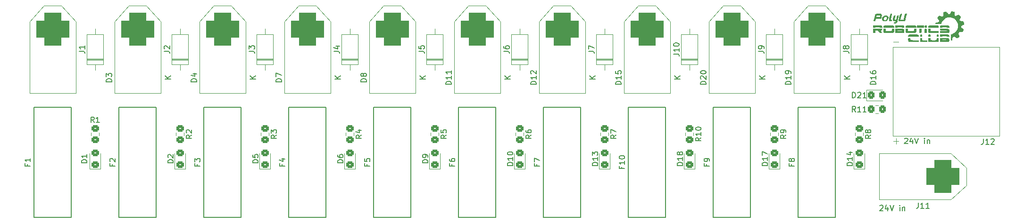
<source format=gto>
G04 #@! TF.GenerationSoftware,KiCad,Pcbnew,6.0.4-6f826c9f35~116~ubuntu18.04.1*
G04 #@! TF.CreationDate,2022-05-10T11:21:29+08:00*
G04 #@! TF.ProjectId,XT60_connectors,58543630-5f63-46f6-9e6e-6563746f7273,rev?*
G04 #@! TF.SameCoordinates,Original*
G04 #@! TF.FileFunction,Legend,Top*
G04 #@! TF.FilePolarity,Positive*
%FSLAX46Y46*%
G04 Gerber Fmt 4.6, Leading zero omitted, Abs format (unit mm)*
G04 Created by KiCad (PCBNEW 6.0.4-6f826c9f35~116~ubuntu18.04.1) date 2022-05-10 11:21:29*
%MOMM*%
%LPD*%
G01*
G04 APERTURE LIST*
G04 Aperture macros list*
%AMRoundRect*
0 Rectangle with rounded corners*
0 $1 Rounding radius*
0 $2 $3 $4 $5 $6 $7 $8 $9 X,Y pos of 4 corners*
0 Add a 4 corners polygon primitive as box body*
4,1,4,$2,$3,$4,$5,$6,$7,$8,$9,$2,$3,0*
0 Add four circle primitives for the rounded corners*
1,1,$1+$1,$2,$3*
1,1,$1+$1,$4,$5*
1,1,$1+$1,$6,$7*
1,1,$1+$1,$8,$9*
0 Add four rect primitives between the rounded corners*
20,1,$1+$1,$2,$3,$4,$5,0*
20,1,$1+$1,$4,$5,$6,$7,0*
20,1,$1+$1,$6,$7,$8,$9,0*
20,1,$1+$1,$8,$9,$2,$3,0*%
G04 Aperture macros list end*
%ADD10C,0.150000*%
%ADD11C,0.120000*%
%ADD12C,0.127000*%
%ADD13R,2.200000X2.200000*%
%ADD14O,2.200000X2.200000*%
%ADD15RoundRect,0.250000X0.450000X-0.325000X0.450000X0.325000X-0.450000X0.325000X-0.450000X-0.325000X0*%
%ADD16RoundRect,0.250000X-0.450000X0.350000X-0.450000X-0.350000X0.450000X-0.350000X0.450000X0.350000X0*%
%ADD17RoundRect,1.500000X-1.500000X1.500000X-1.500000X-1.500000X1.500000X-1.500000X1.500000X1.500000X0*%
%ADD18C,6.000000*%
%ADD19R,1.800000X1.200000*%
%ADD20C,4.500000*%
%ADD21C,3.048000*%
%ADD22C,3.051988*%
%ADD23C,3.068258*%
%ADD24RoundRect,0.250000X-0.325000X-0.450000X0.325000X-0.450000X0.325000X0.450000X-0.325000X0.450000X0*%
%ADD25RoundRect,0.250000X0.350000X0.450000X-0.350000X0.450000X-0.350000X-0.450000X0.350000X-0.450000X0*%
%ADD26RoundRect,1.500000X1.500000X1.500000X-1.500000X1.500000X-1.500000X-1.500000X1.500000X-1.500000X0*%
G04 APERTURE END LIST*
D10*
X191032142Y-66857619D02*
X191079761Y-66810000D01*
X191175000Y-66762380D01*
X191413095Y-66762380D01*
X191508333Y-66810000D01*
X191555952Y-66857619D01*
X191603571Y-66952857D01*
X191603571Y-67048095D01*
X191555952Y-67190952D01*
X190984523Y-67762380D01*
X191603571Y-67762380D01*
X192460714Y-67095714D02*
X192460714Y-67762380D01*
X192222619Y-66714761D02*
X191984523Y-67429047D01*
X192603571Y-67429047D01*
X192841666Y-66762380D02*
X193175000Y-67762380D01*
X193508333Y-66762380D01*
X194603571Y-67762380D02*
X194603571Y-67095714D01*
X194603571Y-66762380D02*
X194555952Y-66810000D01*
X194603571Y-66857619D01*
X194651190Y-66810000D01*
X194603571Y-66762380D01*
X194603571Y-66857619D01*
X195079761Y-67095714D02*
X195079761Y-67762380D01*
X195079761Y-67190952D02*
X195127380Y-67143333D01*
X195222619Y-67095714D01*
X195365476Y-67095714D01*
X195460714Y-67143333D01*
X195508333Y-67238571D01*
X195508333Y-67762380D01*
X186587142Y-78922619D02*
X186634761Y-78875000D01*
X186730000Y-78827380D01*
X186968095Y-78827380D01*
X187063333Y-78875000D01*
X187110952Y-78922619D01*
X187158571Y-79017857D01*
X187158571Y-79113095D01*
X187110952Y-79255952D01*
X186539523Y-79827380D01*
X187158571Y-79827380D01*
X188015714Y-79160714D02*
X188015714Y-79827380D01*
X187777619Y-78779761D02*
X187539523Y-79494047D01*
X188158571Y-79494047D01*
X188396666Y-78827380D02*
X188730000Y-79827380D01*
X189063333Y-78827380D01*
X190158571Y-79827380D02*
X190158571Y-79160714D01*
X190158571Y-78827380D02*
X190110952Y-78875000D01*
X190158571Y-78922619D01*
X190206190Y-78875000D01*
X190158571Y-78827380D01*
X190158571Y-78922619D01*
X190634761Y-79160714D02*
X190634761Y-79827380D01*
X190634761Y-79255952D02*
X190682380Y-79208333D01*
X190777619Y-79160714D01*
X190920476Y-79160714D01*
X191015714Y-79208333D01*
X191063333Y-79303571D01*
X191063333Y-79827380D01*
X140152380Y-57094285D02*
X139152380Y-57094285D01*
X139152380Y-56856190D01*
X139200000Y-56713333D01*
X139295238Y-56618095D01*
X139390476Y-56570476D01*
X139580952Y-56522857D01*
X139723809Y-56522857D01*
X139914285Y-56570476D01*
X140009523Y-56618095D01*
X140104761Y-56713333D01*
X140152380Y-56856190D01*
X140152380Y-57094285D01*
X140152380Y-55570476D02*
X140152380Y-56141904D01*
X140152380Y-55856190D02*
X139152380Y-55856190D01*
X139295238Y-55951428D01*
X139390476Y-56046666D01*
X139438095Y-56141904D01*
X139152380Y-54665714D02*
X139152380Y-55141904D01*
X139628571Y-55189523D01*
X139580952Y-55141904D01*
X139533333Y-55046666D01*
X139533333Y-54808571D01*
X139580952Y-54713333D01*
X139628571Y-54665714D01*
X139723809Y-54618095D01*
X139961904Y-54618095D01*
X140057142Y-54665714D01*
X140104761Y-54713333D01*
X140152380Y-54808571D01*
X140152380Y-55046666D01*
X140104761Y-55141904D01*
X140057142Y-55189523D01*
X135512380Y-56141904D02*
X134512380Y-56141904D01*
X135512380Y-55570476D02*
X134940952Y-55999047D01*
X134512380Y-55570476D02*
X135083809Y-56141904D01*
X109672380Y-57094285D02*
X108672380Y-57094285D01*
X108672380Y-56856190D01*
X108720000Y-56713333D01*
X108815238Y-56618095D01*
X108910476Y-56570476D01*
X109100952Y-56522857D01*
X109243809Y-56522857D01*
X109434285Y-56570476D01*
X109529523Y-56618095D01*
X109624761Y-56713333D01*
X109672380Y-56856190D01*
X109672380Y-57094285D01*
X109672380Y-55570476D02*
X109672380Y-56141904D01*
X109672380Y-55856190D02*
X108672380Y-55856190D01*
X108815238Y-55951428D01*
X108910476Y-56046666D01*
X108958095Y-56141904D01*
X109672380Y-54618095D02*
X109672380Y-55189523D01*
X109672380Y-54903809D02*
X108672380Y-54903809D01*
X108815238Y-54999047D01*
X108910476Y-55094285D01*
X108958095Y-55189523D01*
X105032380Y-56141904D02*
X104032380Y-56141904D01*
X105032380Y-55570476D02*
X104460952Y-55999047D01*
X104032380Y-55570476D02*
X104603809Y-56141904D01*
X48712380Y-56618095D02*
X47712380Y-56618095D01*
X47712380Y-56380000D01*
X47760000Y-56237142D01*
X47855238Y-56141904D01*
X47950476Y-56094285D01*
X48140952Y-56046666D01*
X48283809Y-56046666D01*
X48474285Y-56094285D01*
X48569523Y-56141904D01*
X48664761Y-56237142D01*
X48712380Y-56380000D01*
X48712380Y-56618095D01*
X47712380Y-55713333D02*
X47712380Y-55094285D01*
X48093333Y-55427619D01*
X48093333Y-55284761D01*
X48140952Y-55189523D01*
X48188571Y-55141904D01*
X48283809Y-55094285D01*
X48521904Y-55094285D01*
X48617142Y-55141904D01*
X48664761Y-55189523D01*
X48712380Y-55284761D01*
X48712380Y-55570476D01*
X48664761Y-55665714D01*
X48617142Y-55713333D01*
X185872380Y-57094285D02*
X184872380Y-57094285D01*
X184872380Y-56856190D01*
X184920000Y-56713333D01*
X185015238Y-56618095D01*
X185110476Y-56570476D01*
X185300952Y-56522857D01*
X185443809Y-56522857D01*
X185634285Y-56570476D01*
X185729523Y-56618095D01*
X185824761Y-56713333D01*
X185872380Y-56856190D01*
X185872380Y-57094285D01*
X185872380Y-55570476D02*
X185872380Y-56141904D01*
X185872380Y-55856190D02*
X184872380Y-55856190D01*
X185015238Y-55951428D01*
X185110476Y-56046666D01*
X185158095Y-56141904D01*
X184872380Y-54713333D02*
X184872380Y-54903809D01*
X184920000Y-54999047D01*
X184967619Y-55046666D01*
X185110476Y-55141904D01*
X185300952Y-55189523D01*
X185681904Y-55189523D01*
X185777142Y-55141904D01*
X185824761Y-55094285D01*
X185872380Y-54999047D01*
X185872380Y-54808571D01*
X185824761Y-54713333D01*
X185777142Y-54665714D01*
X185681904Y-54618095D01*
X185443809Y-54618095D01*
X185348571Y-54665714D01*
X185300952Y-54713333D01*
X185253333Y-54808571D01*
X185253333Y-54999047D01*
X185300952Y-55094285D01*
X185348571Y-55141904D01*
X185443809Y-55189523D01*
X181232380Y-56141904D02*
X180232380Y-56141904D01*
X181232380Y-55570476D02*
X180660952Y-55999047D01*
X180232380Y-55570476D02*
X180803809Y-56141904D01*
X120722380Y-71699285D02*
X119722380Y-71699285D01*
X119722380Y-71461190D01*
X119770000Y-71318333D01*
X119865238Y-71223095D01*
X119960476Y-71175476D01*
X120150952Y-71127857D01*
X120293809Y-71127857D01*
X120484285Y-71175476D01*
X120579523Y-71223095D01*
X120674761Y-71318333D01*
X120722380Y-71461190D01*
X120722380Y-71699285D01*
X120722380Y-70175476D02*
X120722380Y-70746904D01*
X120722380Y-70461190D02*
X119722380Y-70461190D01*
X119865238Y-70556428D01*
X119960476Y-70651666D01*
X120008095Y-70746904D01*
X119722380Y-69556428D02*
X119722380Y-69461190D01*
X119770000Y-69365952D01*
X119817619Y-69318333D01*
X119912857Y-69270714D01*
X120103333Y-69223095D01*
X120341428Y-69223095D01*
X120531904Y-69270714D01*
X120627142Y-69318333D01*
X120674761Y-69365952D01*
X120722380Y-69461190D01*
X120722380Y-69556428D01*
X120674761Y-69651666D01*
X120627142Y-69699285D01*
X120531904Y-69746904D01*
X120341428Y-69794523D01*
X120103333Y-69794523D01*
X119912857Y-69746904D01*
X119817619Y-69699285D01*
X119770000Y-69651666D01*
X119722380Y-69556428D01*
X63062380Y-66206666D02*
X62586190Y-66540000D01*
X63062380Y-66778095D02*
X62062380Y-66778095D01*
X62062380Y-66397142D01*
X62110000Y-66301904D01*
X62157619Y-66254285D01*
X62252857Y-66206666D01*
X62395714Y-66206666D01*
X62490952Y-66254285D01*
X62538571Y-66301904D01*
X62586190Y-66397142D01*
X62586190Y-66778095D01*
X62157619Y-65825714D02*
X62110000Y-65778095D01*
X62062380Y-65682857D01*
X62062380Y-65444761D01*
X62110000Y-65349523D01*
X62157619Y-65301904D01*
X62252857Y-65254285D01*
X62348095Y-65254285D01*
X62490952Y-65301904D01*
X63062380Y-65873333D01*
X63062380Y-65254285D01*
X180012380Y-51133333D02*
X180726666Y-51133333D01*
X180869523Y-51180952D01*
X180964761Y-51276190D01*
X181012380Y-51419047D01*
X181012380Y-51514285D01*
X180440952Y-50514285D02*
X180393333Y-50609523D01*
X180345714Y-50657142D01*
X180250476Y-50704761D01*
X180202857Y-50704761D01*
X180107619Y-50657142D01*
X180060000Y-50609523D01*
X180012380Y-50514285D01*
X180012380Y-50323809D01*
X180060000Y-50228571D01*
X180107619Y-50180952D01*
X180202857Y-50133333D01*
X180250476Y-50133333D01*
X180345714Y-50180952D01*
X180393333Y-50228571D01*
X180440952Y-50323809D01*
X180440952Y-50514285D01*
X180488571Y-50609523D01*
X180536190Y-50657142D01*
X180631428Y-50704761D01*
X180821904Y-50704761D01*
X180917142Y-50657142D01*
X180964761Y-50609523D01*
X181012380Y-50514285D01*
X181012380Y-50323809D01*
X180964761Y-50228571D01*
X180917142Y-50180952D01*
X180821904Y-50133333D01*
X180631428Y-50133333D01*
X180536190Y-50180952D01*
X180488571Y-50228571D01*
X180440952Y-50323809D01*
X119052380Y-51133333D02*
X119766666Y-51133333D01*
X119909523Y-51180952D01*
X120004761Y-51276190D01*
X120052380Y-51419047D01*
X120052380Y-51514285D01*
X119052380Y-50228571D02*
X119052380Y-50419047D01*
X119100000Y-50514285D01*
X119147619Y-50561904D01*
X119290476Y-50657142D01*
X119480952Y-50704761D01*
X119861904Y-50704761D01*
X119957142Y-50657142D01*
X120004761Y-50609523D01*
X120052380Y-50514285D01*
X120052380Y-50323809D01*
X120004761Y-50228571D01*
X119957142Y-50180952D01*
X119861904Y-50133333D01*
X119623809Y-50133333D01*
X119528571Y-50180952D01*
X119480952Y-50228571D01*
X119433333Y-50323809D01*
X119433333Y-50514285D01*
X119480952Y-50609523D01*
X119528571Y-50657142D01*
X119623809Y-50704761D01*
X205175476Y-66872380D02*
X205175476Y-67586666D01*
X205127857Y-67729523D01*
X205032619Y-67824761D01*
X204889761Y-67872380D01*
X204794523Y-67872380D01*
X206175476Y-67872380D02*
X205604047Y-67872380D01*
X205889761Y-67872380D02*
X205889761Y-66872380D01*
X205794523Y-67015238D01*
X205699285Y-67110476D01*
X205604047Y-67158095D01*
X206556428Y-66967619D02*
X206604047Y-66920000D01*
X206699285Y-66872380D01*
X206937380Y-66872380D01*
X207032619Y-66920000D01*
X207080238Y-66967619D01*
X207127857Y-67062857D01*
X207127857Y-67158095D01*
X207080238Y-67300952D01*
X206508809Y-67872380D01*
X207127857Y-67872380D01*
X58092380Y-51133333D02*
X58806666Y-51133333D01*
X58949523Y-51180952D01*
X59044761Y-51276190D01*
X59092380Y-51419047D01*
X59092380Y-51514285D01*
X58187619Y-50704761D02*
X58140000Y-50657142D01*
X58092380Y-50561904D01*
X58092380Y-50323809D01*
X58140000Y-50228571D01*
X58187619Y-50180952D01*
X58282857Y-50133333D01*
X58378095Y-50133333D01*
X58520952Y-50180952D01*
X59092380Y-50752380D01*
X59092380Y-50133333D01*
X33583475Y-71453779D02*
X33583475Y-71787559D01*
X34107986Y-71787559D02*
X33106647Y-71787559D01*
X33106647Y-71310731D01*
X34107986Y-70404757D02*
X34107986Y-70976951D01*
X34107986Y-70690854D02*
X33106647Y-70690854D01*
X33249696Y-70786220D01*
X33345061Y-70881585D01*
X33392744Y-70976951D01*
X181665714Y-59507380D02*
X181665714Y-58507380D01*
X181903809Y-58507380D01*
X182046666Y-58555000D01*
X182141904Y-58650238D01*
X182189523Y-58745476D01*
X182237142Y-58935952D01*
X182237142Y-59078809D01*
X182189523Y-59269285D01*
X182141904Y-59364523D01*
X182046666Y-59459761D01*
X181903809Y-59507380D01*
X181665714Y-59507380D01*
X182618095Y-58602619D02*
X182665714Y-58555000D01*
X182760952Y-58507380D01*
X182999047Y-58507380D01*
X183094285Y-58555000D01*
X183141904Y-58602619D01*
X183189523Y-58697857D01*
X183189523Y-58793095D01*
X183141904Y-58935952D01*
X182570476Y-59507380D01*
X183189523Y-59507380D01*
X184141904Y-59507380D02*
X183570476Y-59507380D01*
X183856190Y-59507380D02*
X183856190Y-58507380D01*
X183760952Y-58650238D01*
X183665714Y-58745476D01*
X183570476Y-58793095D01*
X181682380Y-71699285D02*
X180682380Y-71699285D01*
X180682380Y-71461190D01*
X180730000Y-71318333D01*
X180825238Y-71223095D01*
X180920476Y-71175476D01*
X181110952Y-71127857D01*
X181253809Y-71127857D01*
X181444285Y-71175476D01*
X181539523Y-71223095D01*
X181634761Y-71318333D01*
X181682380Y-71461190D01*
X181682380Y-71699285D01*
X181682380Y-70175476D02*
X181682380Y-70746904D01*
X181682380Y-70461190D02*
X180682380Y-70461190D01*
X180825238Y-70556428D01*
X180920476Y-70651666D01*
X180968095Y-70746904D01*
X181015714Y-69318333D02*
X181682380Y-69318333D01*
X180634761Y-69556428D02*
X181349047Y-69794523D01*
X181349047Y-69175476D01*
X94432380Y-56618095D02*
X93432380Y-56618095D01*
X93432380Y-56380000D01*
X93480000Y-56237142D01*
X93575238Y-56141904D01*
X93670476Y-56094285D01*
X93860952Y-56046666D01*
X94003809Y-56046666D01*
X94194285Y-56094285D01*
X94289523Y-56141904D01*
X94384761Y-56237142D01*
X94432380Y-56380000D01*
X94432380Y-56618095D01*
X93860952Y-55475238D02*
X93813333Y-55570476D01*
X93765714Y-55618095D01*
X93670476Y-55665714D01*
X93622857Y-55665714D01*
X93527619Y-55618095D01*
X93480000Y-55570476D01*
X93432380Y-55475238D01*
X93432380Y-55284761D01*
X93480000Y-55189523D01*
X93527619Y-55141904D01*
X93622857Y-55094285D01*
X93670476Y-55094285D01*
X93765714Y-55141904D01*
X93813333Y-55189523D01*
X93860952Y-55284761D01*
X93860952Y-55475238D01*
X93908571Y-55570476D01*
X93956190Y-55618095D01*
X94051428Y-55665714D01*
X94241904Y-55665714D01*
X94337142Y-55618095D01*
X94384761Y-55570476D01*
X94432380Y-55475238D01*
X94432380Y-55284761D01*
X94384761Y-55189523D01*
X94337142Y-55141904D01*
X94241904Y-55094285D01*
X94051428Y-55094285D01*
X93956190Y-55141904D01*
X93908571Y-55189523D01*
X93860952Y-55284761D01*
X89792380Y-56141904D02*
X88792380Y-56141904D01*
X89792380Y-55570476D02*
X89220952Y-55999047D01*
X88792380Y-55570476D02*
X89363809Y-56141904D01*
X170632380Y-57094285D02*
X169632380Y-57094285D01*
X169632380Y-56856190D01*
X169680000Y-56713333D01*
X169775238Y-56618095D01*
X169870476Y-56570476D01*
X170060952Y-56522857D01*
X170203809Y-56522857D01*
X170394285Y-56570476D01*
X170489523Y-56618095D01*
X170584761Y-56713333D01*
X170632380Y-56856190D01*
X170632380Y-57094285D01*
X170632380Y-55570476D02*
X170632380Y-56141904D01*
X170632380Y-55856190D02*
X169632380Y-55856190D01*
X169775238Y-55951428D01*
X169870476Y-56046666D01*
X169918095Y-56141904D01*
X170632380Y-55094285D02*
X170632380Y-54903809D01*
X170584761Y-54808571D01*
X170537142Y-54760952D01*
X170394285Y-54665714D01*
X170203809Y-54618095D01*
X169822857Y-54618095D01*
X169727619Y-54665714D01*
X169680000Y-54713333D01*
X169632380Y-54808571D01*
X169632380Y-54999047D01*
X169680000Y-55094285D01*
X169727619Y-55141904D01*
X169822857Y-55189523D01*
X170060952Y-55189523D01*
X170156190Y-55141904D01*
X170203809Y-55094285D01*
X170251428Y-54999047D01*
X170251428Y-54808571D01*
X170203809Y-54713333D01*
X170156190Y-54665714D01*
X170060952Y-54618095D01*
X165992380Y-56141904D02*
X164992380Y-56141904D01*
X165992380Y-55570476D02*
X165420952Y-55999047D01*
X164992380Y-55570476D02*
X165563809Y-56141904D01*
X182237142Y-62047380D02*
X181903809Y-61571190D01*
X181665714Y-62047380D02*
X181665714Y-61047380D01*
X182046666Y-61047380D01*
X182141904Y-61095000D01*
X182189523Y-61142619D01*
X182237142Y-61237857D01*
X182237142Y-61380714D01*
X182189523Y-61475952D01*
X182141904Y-61523571D01*
X182046666Y-61571190D01*
X181665714Y-61571190D01*
X183189523Y-62047380D02*
X182618095Y-62047380D01*
X182903809Y-62047380D02*
X182903809Y-61047380D01*
X182808571Y-61190238D01*
X182713333Y-61285476D01*
X182618095Y-61333095D01*
X184141904Y-62047380D02*
X183570476Y-62047380D01*
X183856190Y-62047380D02*
X183856190Y-61047380D01*
X183760952Y-61190238D01*
X183665714Y-61285476D01*
X183570476Y-61333095D01*
X154502380Y-66682857D02*
X154026190Y-67016190D01*
X154502380Y-67254285D02*
X153502380Y-67254285D01*
X153502380Y-66873333D01*
X153550000Y-66778095D01*
X153597619Y-66730476D01*
X153692857Y-66682857D01*
X153835714Y-66682857D01*
X153930952Y-66730476D01*
X153978571Y-66778095D01*
X154026190Y-66873333D01*
X154026190Y-67254285D01*
X154502380Y-65730476D02*
X154502380Y-66301904D01*
X154502380Y-66016190D02*
X153502380Y-66016190D01*
X153645238Y-66111428D01*
X153740476Y-66206666D01*
X153788095Y-66301904D01*
X153502380Y-65111428D02*
X153502380Y-65016190D01*
X153550000Y-64920952D01*
X153597619Y-64873333D01*
X153692857Y-64825714D01*
X153883333Y-64778095D01*
X154121428Y-64778095D01*
X154311904Y-64825714D01*
X154407142Y-64873333D01*
X154454761Y-64920952D01*
X154502380Y-65016190D01*
X154502380Y-65111428D01*
X154454761Y-65206666D01*
X154407142Y-65254285D01*
X154311904Y-65301904D01*
X154121428Y-65349523D01*
X153883333Y-65349523D01*
X153692857Y-65301904D01*
X153597619Y-65254285D01*
X153550000Y-65206666D01*
X153502380Y-65111428D01*
X124022380Y-66206666D02*
X123546190Y-66540000D01*
X124022380Y-66778095D02*
X123022380Y-66778095D01*
X123022380Y-66397142D01*
X123070000Y-66301904D01*
X123117619Y-66254285D01*
X123212857Y-66206666D01*
X123355714Y-66206666D01*
X123450952Y-66254285D01*
X123498571Y-66301904D01*
X123546190Y-66397142D01*
X123546190Y-66778095D01*
X123022380Y-65349523D02*
X123022380Y-65540000D01*
X123070000Y-65635238D01*
X123117619Y-65682857D01*
X123260476Y-65778095D01*
X123450952Y-65825714D01*
X123831904Y-65825714D01*
X123927142Y-65778095D01*
X123974761Y-65730476D01*
X124022380Y-65635238D01*
X124022380Y-65444761D01*
X123974761Y-65349523D01*
X123927142Y-65301904D01*
X123831904Y-65254285D01*
X123593809Y-65254285D01*
X123498571Y-65301904D01*
X123450952Y-65349523D01*
X123403333Y-65444761D01*
X123403333Y-65635238D01*
X123450952Y-65730476D01*
X123498571Y-65778095D01*
X123593809Y-65825714D01*
X170743475Y-71453779D02*
X170743475Y-71787559D01*
X171267986Y-71787559D02*
X170266647Y-71787559D01*
X170266647Y-71310731D01*
X170695792Y-70786220D02*
X170648110Y-70881585D01*
X170600427Y-70929268D01*
X170505061Y-70976951D01*
X170457378Y-70976951D01*
X170362013Y-70929268D01*
X170314330Y-70881585D01*
X170266647Y-70786220D01*
X170266647Y-70595489D01*
X170314330Y-70500123D01*
X170362013Y-70452440D01*
X170457378Y-70404757D01*
X170505061Y-70404757D01*
X170600427Y-70452440D01*
X170648110Y-70500123D01*
X170695792Y-70595489D01*
X170695792Y-70786220D01*
X170743475Y-70881585D01*
X170791158Y-70929268D01*
X170886524Y-70976951D01*
X171077255Y-70976951D01*
X171172621Y-70929268D01*
X171220303Y-70881585D01*
X171267986Y-70786220D01*
X171267986Y-70595489D01*
X171220303Y-70500123D01*
X171172621Y-70452440D01*
X171077255Y-70404757D01*
X170886524Y-70404757D01*
X170791158Y-70452440D01*
X170743475Y-70500123D01*
X170695792Y-70595489D01*
X135962380Y-71699285D02*
X134962380Y-71699285D01*
X134962380Y-71461190D01*
X135010000Y-71318333D01*
X135105238Y-71223095D01*
X135200476Y-71175476D01*
X135390952Y-71127857D01*
X135533809Y-71127857D01*
X135724285Y-71175476D01*
X135819523Y-71223095D01*
X135914761Y-71318333D01*
X135962380Y-71461190D01*
X135962380Y-71699285D01*
X135962380Y-70175476D02*
X135962380Y-70746904D01*
X135962380Y-70461190D02*
X134962380Y-70461190D01*
X135105238Y-70556428D01*
X135200476Y-70651666D01*
X135248095Y-70746904D01*
X134962380Y-69842142D02*
X134962380Y-69223095D01*
X135343333Y-69556428D01*
X135343333Y-69413571D01*
X135390952Y-69318333D01*
X135438571Y-69270714D01*
X135533809Y-69223095D01*
X135771904Y-69223095D01*
X135867142Y-69270714D01*
X135914761Y-69318333D01*
X135962380Y-69413571D01*
X135962380Y-69699285D01*
X135914761Y-69794523D01*
X135867142Y-69842142D01*
X109783475Y-71453779D02*
X109783475Y-71787559D01*
X110307986Y-71787559D02*
X109306647Y-71787559D01*
X109306647Y-71310731D01*
X109306647Y-70500123D02*
X109306647Y-70690854D01*
X109354330Y-70786220D01*
X109402013Y-70833903D01*
X109545061Y-70929268D01*
X109735792Y-70976951D01*
X110117255Y-70976951D01*
X110212621Y-70929268D01*
X110260303Y-70881585D01*
X110307986Y-70786220D01*
X110307986Y-70595489D01*
X110260303Y-70500123D01*
X110212621Y-70452440D01*
X110117255Y-70404757D01*
X109878841Y-70404757D01*
X109783475Y-70452440D01*
X109735792Y-70500123D01*
X109688110Y-70595489D01*
X109688110Y-70786220D01*
X109735792Y-70881585D01*
X109783475Y-70929268D01*
X109878841Y-70976951D01*
X64063475Y-71453779D02*
X64063475Y-71787559D01*
X64587986Y-71787559D02*
X63586647Y-71787559D01*
X63586647Y-71310731D01*
X63586647Y-71024634D02*
X63586647Y-70404757D01*
X63968110Y-70738537D01*
X63968110Y-70595489D01*
X64015792Y-70500123D01*
X64063475Y-70452440D01*
X64158841Y-70404757D01*
X64397255Y-70404757D01*
X64492621Y-70452440D01*
X64540303Y-70500123D01*
X64587986Y-70595489D01*
X64587986Y-70881585D01*
X64540303Y-70976951D01*
X64492621Y-71024634D01*
X149532380Y-51609523D02*
X150246666Y-51609523D01*
X150389523Y-51657142D01*
X150484761Y-51752380D01*
X150532380Y-51895238D01*
X150532380Y-51990476D01*
X150532380Y-50609523D02*
X150532380Y-51180952D01*
X150532380Y-50895238D02*
X149532380Y-50895238D01*
X149675238Y-50990476D01*
X149770476Y-51085714D01*
X149818095Y-51180952D01*
X149532380Y-49990476D02*
X149532380Y-49895238D01*
X149580000Y-49800000D01*
X149627619Y-49752380D01*
X149722857Y-49704761D01*
X149913333Y-49657142D01*
X150151428Y-49657142D01*
X150341904Y-49704761D01*
X150437142Y-49752380D01*
X150484761Y-49800000D01*
X150532380Y-49895238D01*
X150532380Y-49990476D01*
X150484761Y-50085714D01*
X150437142Y-50133333D01*
X150341904Y-50180952D01*
X150151428Y-50228571D01*
X149913333Y-50228571D01*
X149722857Y-50180952D01*
X149627619Y-50133333D01*
X149580000Y-50085714D01*
X149532380Y-49990476D01*
X108782380Y-66206666D02*
X108306190Y-66540000D01*
X108782380Y-66778095D02*
X107782380Y-66778095D01*
X107782380Y-66397142D01*
X107830000Y-66301904D01*
X107877619Y-66254285D01*
X107972857Y-66206666D01*
X108115714Y-66206666D01*
X108210952Y-66254285D01*
X108258571Y-66301904D01*
X108306190Y-66397142D01*
X108306190Y-66778095D01*
X107782380Y-65301904D02*
X107782380Y-65778095D01*
X108258571Y-65825714D01*
X108210952Y-65778095D01*
X108163333Y-65682857D01*
X108163333Y-65444761D01*
X108210952Y-65349523D01*
X108258571Y-65301904D01*
X108353809Y-65254285D01*
X108591904Y-65254285D01*
X108687142Y-65301904D01*
X108734761Y-65349523D01*
X108782380Y-65444761D01*
X108782380Y-65682857D01*
X108734761Y-65778095D01*
X108687142Y-65825714D01*
X166442380Y-71699285D02*
X165442380Y-71699285D01*
X165442380Y-71461190D01*
X165490000Y-71318333D01*
X165585238Y-71223095D01*
X165680476Y-71175476D01*
X165870952Y-71127857D01*
X166013809Y-71127857D01*
X166204285Y-71175476D01*
X166299523Y-71223095D01*
X166394761Y-71318333D01*
X166442380Y-71461190D01*
X166442380Y-71699285D01*
X166442380Y-70175476D02*
X166442380Y-70746904D01*
X166442380Y-70461190D02*
X165442380Y-70461190D01*
X165585238Y-70556428D01*
X165680476Y-70651666D01*
X165728095Y-70746904D01*
X165442380Y-69842142D02*
X165442380Y-69175476D01*
X166442380Y-69604047D01*
X93542380Y-66206666D02*
X93066190Y-66540000D01*
X93542380Y-66778095D02*
X92542380Y-66778095D01*
X92542380Y-66397142D01*
X92590000Y-66301904D01*
X92637619Y-66254285D01*
X92732857Y-66206666D01*
X92875714Y-66206666D01*
X92970952Y-66254285D01*
X93018571Y-66301904D01*
X93066190Y-66397142D01*
X93066190Y-66778095D01*
X92875714Y-65349523D02*
X93542380Y-65349523D01*
X92494761Y-65587619D02*
X93209047Y-65825714D01*
X93209047Y-65206666D01*
X140263475Y-71930607D02*
X140263475Y-72264387D01*
X140787986Y-72264387D02*
X139786647Y-72264387D01*
X139786647Y-71787559D01*
X140787986Y-70881585D02*
X140787986Y-71453779D01*
X140787986Y-71167682D02*
X139786647Y-71167682D01*
X139929696Y-71263048D01*
X140025061Y-71358414D01*
X140072744Y-71453779D01*
X139786647Y-70261709D02*
X139786647Y-70166343D01*
X139834330Y-70070978D01*
X139882013Y-70023295D01*
X139977378Y-69975612D01*
X140168110Y-69927929D01*
X140406524Y-69927929D01*
X140597255Y-69975612D01*
X140692621Y-70023295D01*
X140740303Y-70070978D01*
X140787986Y-70166343D01*
X140787986Y-70261709D01*
X140740303Y-70357075D01*
X140692621Y-70404757D01*
X140597255Y-70452440D01*
X140406524Y-70500123D01*
X140168110Y-70500123D01*
X139977378Y-70452440D01*
X139882013Y-70404757D01*
X139834330Y-70357075D01*
X139786647Y-70261709D01*
X124912380Y-57094285D02*
X123912380Y-57094285D01*
X123912380Y-56856190D01*
X123960000Y-56713333D01*
X124055238Y-56618095D01*
X124150476Y-56570476D01*
X124340952Y-56522857D01*
X124483809Y-56522857D01*
X124674285Y-56570476D01*
X124769523Y-56618095D01*
X124864761Y-56713333D01*
X124912380Y-56856190D01*
X124912380Y-57094285D01*
X124912380Y-55570476D02*
X124912380Y-56141904D01*
X124912380Y-55856190D02*
X123912380Y-55856190D01*
X124055238Y-55951428D01*
X124150476Y-56046666D01*
X124198095Y-56141904D01*
X124007619Y-55189523D02*
X123960000Y-55141904D01*
X123912380Y-55046666D01*
X123912380Y-54808571D01*
X123960000Y-54713333D01*
X124007619Y-54665714D01*
X124102857Y-54618095D01*
X124198095Y-54618095D01*
X124340952Y-54665714D01*
X124912380Y-55237142D01*
X124912380Y-54618095D01*
X120272380Y-56141904D02*
X119272380Y-56141904D01*
X120272380Y-55570476D02*
X119700952Y-55999047D01*
X119272380Y-55570476D02*
X119843809Y-56141904D01*
X193500476Y-78412380D02*
X193500476Y-79126666D01*
X193452857Y-79269523D01*
X193357619Y-79364761D01*
X193214761Y-79412380D01*
X193119523Y-79412380D01*
X194500476Y-79412380D02*
X193929047Y-79412380D01*
X194214761Y-79412380D02*
X194214761Y-78412380D01*
X194119523Y-78555238D01*
X194024285Y-78650476D01*
X193929047Y-78698095D01*
X195452857Y-79412380D02*
X194881428Y-79412380D01*
X195167142Y-79412380D02*
X195167142Y-78412380D01*
X195071904Y-78555238D01*
X194976666Y-78650476D01*
X194881428Y-78698095D01*
X78302380Y-66206666D02*
X77826190Y-66540000D01*
X78302380Y-66778095D02*
X77302380Y-66778095D01*
X77302380Y-66397142D01*
X77350000Y-66301904D01*
X77397619Y-66254285D01*
X77492857Y-66206666D01*
X77635714Y-66206666D01*
X77730952Y-66254285D01*
X77778571Y-66301904D01*
X77826190Y-66397142D01*
X77826190Y-66778095D01*
X77302380Y-65873333D02*
X77302380Y-65254285D01*
X77683333Y-65587619D01*
X77683333Y-65444761D01*
X77730952Y-65349523D01*
X77778571Y-65301904D01*
X77873809Y-65254285D01*
X78111904Y-65254285D01*
X78207142Y-65301904D01*
X78254761Y-65349523D01*
X78302380Y-65444761D01*
X78302380Y-65730476D01*
X78254761Y-65825714D01*
X78207142Y-65873333D01*
X134292380Y-51133333D02*
X135006666Y-51133333D01*
X135149523Y-51180952D01*
X135244761Y-51276190D01*
X135292380Y-51419047D01*
X135292380Y-51514285D01*
X134292380Y-50752380D02*
X134292380Y-50085714D01*
X135292380Y-50514285D01*
X155392380Y-57094285D02*
X154392380Y-57094285D01*
X154392380Y-56856190D01*
X154440000Y-56713333D01*
X154535238Y-56618095D01*
X154630476Y-56570476D01*
X154820952Y-56522857D01*
X154963809Y-56522857D01*
X155154285Y-56570476D01*
X155249523Y-56618095D01*
X155344761Y-56713333D01*
X155392380Y-56856190D01*
X155392380Y-57094285D01*
X154487619Y-56141904D02*
X154440000Y-56094285D01*
X154392380Y-55999047D01*
X154392380Y-55760952D01*
X154440000Y-55665714D01*
X154487619Y-55618095D01*
X154582857Y-55570476D01*
X154678095Y-55570476D01*
X154820952Y-55618095D01*
X155392380Y-56189523D01*
X155392380Y-55570476D01*
X154392380Y-54951428D02*
X154392380Y-54856190D01*
X154440000Y-54760952D01*
X154487619Y-54713333D01*
X154582857Y-54665714D01*
X154773333Y-54618095D01*
X155011428Y-54618095D01*
X155201904Y-54665714D01*
X155297142Y-54713333D01*
X155344761Y-54760952D01*
X155392380Y-54856190D01*
X155392380Y-54951428D01*
X155344761Y-55046666D01*
X155297142Y-55094285D01*
X155201904Y-55141904D01*
X155011428Y-55189523D01*
X154773333Y-55189523D01*
X154582857Y-55141904D01*
X154487619Y-55094285D01*
X154440000Y-55046666D01*
X154392380Y-54951428D01*
X150752380Y-56141904D02*
X149752380Y-56141904D01*
X150752380Y-55570476D02*
X150180952Y-55999047D01*
X149752380Y-55570476D02*
X150323809Y-56141904D01*
X164772380Y-51133333D02*
X165486666Y-51133333D01*
X165629523Y-51180952D01*
X165724761Y-51276190D01*
X165772380Y-51419047D01*
X165772380Y-51514285D01*
X165772380Y-50609523D02*
X165772380Y-50419047D01*
X165724761Y-50323809D01*
X165677142Y-50276190D01*
X165534285Y-50180952D01*
X165343809Y-50133333D01*
X164962857Y-50133333D01*
X164867619Y-50180952D01*
X164820000Y-50228571D01*
X164772380Y-50323809D01*
X164772380Y-50514285D01*
X164820000Y-50609523D01*
X164867619Y-50657142D01*
X164962857Y-50704761D01*
X165200952Y-50704761D01*
X165296190Y-50657142D01*
X165343809Y-50609523D01*
X165391428Y-50514285D01*
X165391428Y-50323809D01*
X165343809Y-50228571D01*
X165296190Y-50180952D01*
X165200952Y-50133333D01*
X75002380Y-71223095D02*
X74002380Y-71223095D01*
X74002380Y-70985000D01*
X74050000Y-70842142D01*
X74145238Y-70746904D01*
X74240476Y-70699285D01*
X74430952Y-70651666D01*
X74573809Y-70651666D01*
X74764285Y-70699285D01*
X74859523Y-70746904D01*
X74954761Y-70842142D01*
X75002380Y-70985000D01*
X75002380Y-71223095D01*
X74002380Y-69746904D02*
X74002380Y-70223095D01*
X74478571Y-70270714D01*
X74430952Y-70223095D01*
X74383333Y-70127857D01*
X74383333Y-69889761D01*
X74430952Y-69794523D01*
X74478571Y-69746904D01*
X74573809Y-69699285D01*
X74811904Y-69699285D01*
X74907142Y-69746904D01*
X74954761Y-69794523D01*
X75002380Y-69889761D01*
X75002380Y-70127857D01*
X74954761Y-70223095D01*
X74907142Y-70270714D01*
X139262380Y-66206666D02*
X138786190Y-66540000D01*
X139262380Y-66778095D02*
X138262380Y-66778095D01*
X138262380Y-66397142D01*
X138310000Y-66301904D01*
X138357619Y-66254285D01*
X138452857Y-66206666D01*
X138595714Y-66206666D01*
X138690952Y-66254285D01*
X138738571Y-66301904D01*
X138786190Y-66397142D01*
X138786190Y-66778095D01*
X138262380Y-65873333D02*
X138262380Y-65206666D01*
X139262380Y-65635238D01*
X103812380Y-51133333D02*
X104526666Y-51133333D01*
X104669523Y-51180952D01*
X104764761Y-51276190D01*
X104812380Y-51419047D01*
X104812380Y-51514285D01*
X103812380Y-50180952D02*
X103812380Y-50657142D01*
X104288571Y-50704761D01*
X104240952Y-50657142D01*
X104193333Y-50561904D01*
X104193333Y-50323809D01*
X104240952Y-50228571D01*
X104288571Y-50180952D01*
X104383809Y-50133333D01*
X104621904Y-50133333D01*
X104717142Y-50180952D01*
X104764761Y-50228571D01*
X104812380Y-50323809D01*
X104812380Y-50561904D01*
X104764761Y-50657142D01*
X104717142Y-50704761D01*
X88572380Y-51133333D02*
X89286666Y-51133333D01*
X89429523Y-51180952D01*
X89524761Y-51276190D01*
X89572380Y-51419047D01*
X89572380Y-51514285D01*
X88905714Y-50228571D02*
X89572380Y-50228571D01*
X88524761Y-50466666D02*
X89239047Y-50704761D01*
X89239047Y-50085714D01*
X90242380Y-71223095D02*
X89242380Y-71223095D01*
X89242380Y-70985000D01*
X89290000Y-70842142D01*
X89385238Y-70746904D01*
X89480476Y-70699285D01*
X89670952Y-70651666D01*
X89813809Y-70651666D01*
X90004285Y-70699285D01*
X90099523Y-70746904D01*
X90194761Y-70842142D01*
X90242380Y-70985000D01*
X90242380Y-71223095D01*
X89242380Y-69794523D02*
X89242380Y-69985000D01*
X89290000Y-70080238D01*
X89337619Y-70127857D01*
X89480476Y-70223095D01*
X89670952Y-70270714D01*
X90051904Y-70270714D01*
X90147142Y-70223095D01*
X90194761Y-70175476D01*
X90242380Y-70080238D01*
X90242380Y-69889761D01*
X90194761Y-69794523D01*
X90147142Y-69746904D01*
X90051904Y-69699285D01*
X89813809Y-69699285D01*
X89718571Y-69746904D01*
X89670952Y-69794523D01*
X89623333Y-69889761D01*
X89623333Y-70080238D01*
X89670952Y-70175476D01*
X89718571Y-70223095D01*
X89813809Y-70270714D01*
X48823475Y-71453779D02*
X48823475Y-71787559D01*
X49347986Y-71787559D02*
X48346647Y-71787559D01*
X48346647Y-71310731D01*
X48442013Y-70976951D02*
X48394330Y-70929268D01*
X48346647Y-70833903D01*
X48346647Y-70595489D01*
X48394330Y-70500123D01*
X48442013Y-70452440D01*
X48537378Y-70404757D01*
X48632744Y-70404757D01*
X48775792Y-70452440D01*
X49347986Y-71024634D01*
X49347986Y-70404757D01*
X59762380Y-71223095D02*
X58762380Y-71223095D01*
X58762380Y-70985000D01*
X58810000Y-70842142D01*
X58905238Y-70746904D01*
X59000476Y-70699285D01*
X59190952Y-70651666D01*
X59333809Y-70651666D01*
X59524285Y-70699285D01*
X59619523Y-70746904D01*
X59714761Y-70842142D01*
X59762380Y-70985000D01*
X59762380Y-71223095D01*
X58857619Y-70270714D02*
X58810000Y-70223095D01*
X58762380Y-70127857D01*
X58762380Y-69889761D01*
X58810000Y-69794523D01*
X58857619Y-69746904D01*
X58952857Y-69699285D01*
X59048095Y-69699285D01*
X59190952Y-69746904D01*
X59762380Y-70318333D01*
X59762380Y-69699285D01*
X79303475Y-71453779D02*
X79303475Y-71787559D01*
X79827986Y-71787559D02*
X78826647Y-71787559D01*
X78826647Y-71310731D01*
X79160427Y-70500123D02*
X79827986Y-70500123D01*
X78778964Y-70738537D02*
X79494207Y-70976951D01*
X79494207Y-70357075D01*
X79192380Y-56618095D02*
X78192380Y-56618095D01*
X78192380Y-56380000D01*
X78240000Y-56237142D01*
X78335238Y-56141904D01*
X78430476Y-56094285D01*
X78620952Y-56046666D01*
X78763809Y-56046666D01*
X78954285Y-56094285D01*
X79049523Y-56141904D01*
X79144761Y-56237142D01*
X79192380Y-56380000D01*
X79192380Y-56618095D01*
X78192380Y-55713333D02*
X78192380Y-55046666D01*
X79192380Y-55475238D01*
X74552380Y-56141904D02*
X73552380Y-56141904D01*
X74552380Y-55570476D02*
X73980952Y-55999047D01*
X73552380Y-55570476D02*
X74123809Y-56141904D01*
X63952380Y-56618095D02*
X62952380Y-56618095D01*
X62952380Y-56380000D01*
X63000000Y-56237142D01*
X63095238Y-56141904D01*
X63190476Y-56094285D01*
X63380952Y-56046666D01*
X63523809Y-56046666D01*
X63714285Y-56094285D01*
X63809523Y-56141904D01*
X63904761Y-56237142D01*
X63952380Y-56380000D01*
X63952380Y-56618095D01*
X63285714Y-55189523D02*
X63952380Y-55189523D01*
X62904761Y-55427619D02*
X63619047Y-55665714D01*
X63619047Y-55046666D01*
X59312380Y-56141904D02*
X58312380Y-56141904D01*
X59312380Y-55570476D02*
X58740952Y-55999047D01*
X58312380Y-55570476D02*
X58883809Y-56141904D01*
X45553333Y-63952380D02*
X45220000Y-63476190D01*
X44981904Y-63952380D02*
X44981904Y-62952380D01*
X45362857Y-62952380D01*
X45458095Y-63000000D01*
X45505714Y-63047619D01*
X45553333Y-63142857D01*
X45553333Y-63285714D01*
X45505714Y-63380952D01*
X45458095Y-63428571D01*
X45362857Y-63476190D01*
X44981904Y-63476190D01*
X46505714Y-63952380D02*
X45934285Y-63952380D01*
X46220000Y-63952380D02*
X46220000Y-62952380D01*
X46124761Y-63095238D01*
X46029523Y-63190476D01*
X45934285Y-63238095D01*
X184982380Y-66206666D02*
X184506190Y-66540000D01*
X184982380Y-66778095D02*
X183982380Y-66778095D01*
X183982380Y-66397142D01*
X184030000Y-66301904D01*
X184077619Y-66254285D01*
X184172857Y-66206666D01*
X184315714Y-66206666D01*
X184410952Y-66254285D01*
X184458571Y-66301904D01*
X184506190Y-66397142D01*
X184506190Y-66778095D01*
X184410952Y-65635238D02*
X184363333Y-65730476D01*
X184315714Y-65778095D01*
X184220476Y-65825714D01*
X184172857Y-65825714D01*
X184077619Y-65778095D01*
X184030000Y-65730476D01*
X183982380Y-65635238D01*
X183982380Y-65444761D01*
X184030000Y-65349523D01*
X184077619Y-65301904D01*
X184172857Y-65254285D01*
X184220476Y-65254285D01*
X184315714Y-65301904D01*
X184363333Y-65349523D01*
X184410952Y-65444761D01*
X184410952Y-65635238D01*
X184458571Y-65730476D01*
X184506190Y-65778095D01*
X184601428Y-65825714D01*
X184791904Y-65825714D01*
X184887142Y-65778095D01*
X184934761Y-65730476D01*
X184982380Y-65635238D01*
X184982380Y-65444761D01*
X184934761Y-65349523D01*
X184887142Y-65301904D01*
X184791904Y-65254285D01*
X184601428Y-65254285D01*
X184506190Y-65301904D01*
X184458571Y-65349523D01*
X184410952Y-65444761D01*
X105482380Y-71223095D02*
X104482380Y-71223095D01*
X104482380Y-70985000D01*
X104530000Y-70842142D01*
X104625238Y-70746904D01*
X104720476Y-70699285D01*
X104910952Y-70651666D01*
X105053809Y-70651666D01*
X105244285Y-70699285D01*
X105339523Y-70746904D01*
X105434761Y-70842142D01*
X105482380Y-70985000D01*
X105482380Y-71223095D01*
X105482380Y-70175476D02*
X105482380Y-69985000D01*
X105434761Y-69889761D01*
X105387142Y-69842142D01*
X105244285Y-69746904D01*
X105053809Y-69699285D01*
X104672857Y-69699285D01*
X104577619Y-69746904D01*
X104530000Y-69794523D01*
X104482380Y-69889761D01*
X104482380Y-70080238D01*
X104530000Y-70175476D01*
X104577619Y-70223095D01*
X104672857Y-70270714D01*
X104910952Y-70270714D01*
X105006190Y-70223095D01*
X105053809Y-70175476D01*
X105101428Y-70080238D01*
X105101428Y-69889761D01*
X105053809Y-69794523D01*
X105006190Y-69746904D01*
X104910952Y-69699285D01*
X42852380Y-51133333D02*
X43566666Y-51133333D01*
X43709523Y-51180952D01*
X43804761Y-51276190D01*
X43852380Y-51419047D01*
X43852380Y-51514285D01*
X43852380Y-50133333D02*
X43852380Y-50704761D01*
X43852380Y-50419047D02*
X42852380Y-50419047D01*
X42995238Y-50514285D01*
X43090476Y-50609523D01*
X43138095Y-50704761D01*
X125023475Y-71453779D02*
X125023475Y-71787559D01*
X125547986Y-71787559D02*
X124546647Y-71787559D01*
X124546647Y-71310731D01*
X124546647Y-71024634D02*
X124546647Y-70357075D01*
X125547986Y-70786220D01*
X169742380Y-66206666D02*
X169266190Y-66540000D01*
X169742380Y-66778095D02*
X168742380Y-66778095D01*
X168742380Y-66397142D01*
X168790000Y-66301904D01*
X168837619Y-66254285D01*
X168932857Y-66206666D01*
X169075714Y-66206666D01*
X169170952Y-66254285D01*
X169218571Y-66301904D01*
X169266190Y-66397142D01*
X169266190Y-66778095D01*
X169742380Y-65730476D02*
X169742380Y-65540000D01*
X169694761Y-65444761D01*
X169647142Y-65397142D01*
X169504285Y-65301904D01*
X169313809Y-65254285D01*
X168932857Y-65254285D01*
X168837619Y-65301904D01*
X168790000Y-65349523D01*
X168742380Y-65444761D01*
X168742380Y-65635238D01*
X168790000Y-65730476D01*
X168837619Y-65778095D01*
X168932857Y-65825714D01*
X169170952Y-65825714D01*
X169266190Y-65778095D01*
X169313809Y-65730476D01*
X169361428Y-65635238D01*
X169361428Y-65444761D01*
X169313809Y-65349523D01*
X169266190Y-65301904D01*
X169170952Y-65254285D01*
X155503475Y-71453779D02*
X155503475Y-71787559D01*
X156027986Y-71787559D02*
X155026647Y-71787559D01*
X155026647Y-71310731D01*
X156027986Y-70881585D02*
X156027986Y-70690854D01*
X155980303Y-70595489D01*
X155932621Y-70547806D01*
X155789572Y-70452440D01*
X155598841Y-70404757D01*
X155217378Y-70404757D01*
X155122013Y-70452440D01*
X155074330Y-70500123D01*
X155026647Y-70595489D01*
X155026647Y-70786220D01*
X155074330Y-70881585D01*
X155122013Y-70929268D01*
X155217378Y-70976951D01*
X155455792Y-70976951D01*
X155551158Y-70929268D01*
X155598841Y-70881585D01*
X155646524Y-70786220D01*
X155646524Y-70595489D01*
X155598841Y-70500123D01*
X155551158Y-70452440D01*
X155455792Y-70404757D01*
X151202380Y-71699285D02*
X150202380Y-71699285D01*
X150202380Y-71461190D01*
X150250000Y-71318333D01*
X150345238Y-71223095D01*
X150440476Y-71175476D01*
X150630952Y-71127857D01*
X150773809Y-71127857D01*
X150964285Y-71175476D01*
X151059523Y-71223095D01*
X151154761Y-71318333D01*
X151202380Y-71461190D01*
X151202380Y-71699285D01*
X151202380Y-70175476D02*
X151202380Y-70746904D01*
X151202380Y-70461190D02*
X150202380Y-70461190D01*
X150345238Y-70556428D01*
X150440476Y-70651666D01*
X150488095Y-70746904D01*
X150630952Y-69604047D02*
X150583333Y-69699285D01*
X150535714Y-69746904D01*
X150440476Y-69794523D01*
X150392857Y-69794523D01*
X150297619Y-69746904D01*
X150250000Y-69699285D01*
X150202380Y-69604047D01*
X150202380Y-69413571D01*
X150250000Y-69318333D01*
X150297619Y-69270714D01*
X150392857Y-69223095D01*
X150440476Y-69223095D01*
X150535714Y-69270714D01*
X150583333Y-69318333D01*
X150630952Y-69413571D01*
X150630952Y-69604047D01*
X150678571Y-69699285D01*
X150726190Y-69746904D01*
X150821428Y-69794523D01*
X151011904Y-69794523D01*
X151107142Y-69746904D01*
X151154761Y-69699285D01*
X151202380Y-69604047D01*
X151202380Y-69413571D01*
X151154761Y-69318333D01*
X151107142Y-69270714D01*
X151011904Y-69223095D01*
X150821428Y-69223095D01*
X150726190Y-69270714D01*
X150678571Y-69318333D01*
X150630952Y-69413571D01*
X94543475Y-71453779D02*
X94543475Y-71787559D01*
X95067986Y-71787559D02*
X94066647Y-71787559D01*
X94066647Y-71310731D01*
X94066647Y-70452440D02*
X94066647Y-70929268D01*
X94543475Y-70976951D01*
X94495792Y-70929268D01*
X94448110Y-70833903D01*
X94448110Y-70595489D01*
X94495792Y-70500123D01*
X94543475Y-70452440D01*
X94638841Y-70404757D01*
X94877255Y-70404757D01*
X94972621Y-70452440D01*
X95020303Y-70500123D01*
X95067986Y-70595489D01*
X95067986Y-70833903D01*
X95020303Y-70929268D01*
X94972621Y-70976951D01*
X44267380Y-71223095D02*
X43267380Y-71223095D01*
X43267380Y-70985000D01*
X43315000Y-70842142D01*
X43410238Y-70746904D01*
X43505476Y-70699285D01*
X43695952Y-70651666D01*
X43838809Y-70651666D01*
X44029285Y-70699285D01*
X44124523Y-70746904D01*
X44219761Y-70842142D01*
X44267380Y-70985000D01*
X44267380Y-71223095D01*
X44267380Y-69699285D02*
X44267380Y-70270714D01*
X44267380Y-69985000D02*
X43267380Y-69985000D01*
X43410238Y-70080238D01*
X43505476Y-70175476D01*
X43553095Y-70270714D01*
X73332380Y-51133333D02*
X74046666Y-51133333D01*
X74189523Y-51180952D01*
X74284761Y-51276190D01*
X74332380Y-51419047D01*
X74332380Y-51514285D01*
X73332380Y-50752380D02*
X73332380Y-50133333D01*
X73713333Y-50466666D01*
X73713333Y-50323809D01*
X73760952Y-50228571D01*
X73808571Y-50180952D01*
X73903809Y-50133333D01*
X74141904Y-50133333D01*
X74237142Y-50180952D01*
X74284761Y-50228571D01*
X74332380Y-50323809D01*
X74332380Y-50609523D01*
X74284761Y-50704761D01*
X74237142Y-50752380D01*
D11*
X135690000Y-52500000D02*
X138630000Y-52500000D01*
X138630000Y-53520000D02*
X138630000Y-48080000D01*
X135690000Y-53520000D02*
X138630000Y-53520000D01*
X135690000Y-52620000D02*
X138630000Y-52620000D01*
X135690000Y-52740000D02*
X138630000Y-52740000D01*
X135690000Y-48080000D02*
X135690000Y-53520000D01*
X137160000Y-54540000D02*
X137160000Y-53520000D01*
X137160000Y-47060000D02*
X137160000Y-48080000D01*
X138630000Y-48080000D02*
X135690000Y-48080000D01*
X108150000Y-48080000D02*
X105210000Y-48080000D01*
X105210000Y-52620000D02*
X108150000Y-52620000D01*
X105210000Y-53520000D02*
X108150000Y-53520000D01*
X105210000Y-52740000D02*
X108150000Y-52740000D01*
X105210000Y-52500000D02*
X108150000Y-52500000D01*
X106680000Y-47060000D02*
X106680000Y-48080000D01*
X105210000Y-48080000D02*
X105210000Y-53520000D01*
X108150000Y-53520000D02*
X108150000Y-48080000D01*
X106680000Y-54540000D02*
X106680000Y-53520000D01*
X44250000Y-53520000D02*
X47190000Y-53520000D01*
X45720000Y-47060000D02*
X45720000Y-48080000D01*
X44250000Y-52500000D02*
X47190000Y-52500000D01*
X44250000Y-52620000D02*
X47190000Y-52620000D01*
X47190000Y-48080000D02*
X44250000Y-48080000D01*
X44250000Y-48080000D02*
X44250000Y-53520000D01*
X47190000Y-53520000D02*
X47190000Y-48080000D01*
X44250000Y-52740000D02*
X47190000Y-52740000D01*
X45720000Y-54540000D02*
X45720000Y-53520000D01*
X181410000Y-48080000D02*
X181410000Y-53520000D01*
X182880000Y-54540000D02*
X182880000Y-53520000D01*
X184350000Y-53520000D02*
X184350000Y-48080000D01*
X181410000Y-52620000D02*
X184350000Y-52620000D01*
X181410000Y-52740000D02*
X184350000Y-52740000D01*
X182880000Y-47060000D02*
X182880000Y-48080000D01*
X181410000Y-53520000D02*
X184350000Y-53520000D01*
X184350000Y-48080000D02*
X181410000Y-48080000D01*
X181410000Y-52500000D02*
X184350000Y-52500000D01*
X122880000Y-72345000D02*
X122880000Y-69485000D01*
X120960000Y-72345000D02*
X122880000Y-72345000D01*
X120960000Y-69485000D02*
X120960000Y-72345000D01*
X61695000Y-65812936D02*
X61695000Y-66267064D01*
X60225000Y-65812936D02*
X60225000Y-66267064D01*
X179410000Y-58650000D02*
X179410000Y-45800000D01*
X171110000Y-58650000D02*
X179410000Y-58650000D01*
X176860000Y-42950000D02*
X173710000Y-42950000D01*
X179410000Y-45800000D02*
X176860000Y-42950000D01*
X173710000Y-42950000D02*
X171110000Y-45800000D01*
X171110000Y-45800000D02*
X171110000Y-58650000D01*
X112750000Y-42950000D02*
X110150000Y-45800000D01*
X110150000Y-58650000D02*
X118450000Y-58650000D01*
X110150000Y-45800000D02*
X110150000Y-58650000D01*
X115900000Y-42950000D02*
X112750000Y-42950000D01*
X118450000Y-45800000D02*
X115900000Y-42950000D01*
X118450000Y-58650000D02*
X118450000Y-45800000D01*
X208085000Y-50420000D02*
X207885000Y-50420000D01*
X188885000Y-58420000D02*
X188885000Y-50620000D01*
X207885000Y-50420000D02*
X206885000Y-50420000D01*
X188985000Y-67320000D02*
X189985000Y-67320000D01*
X208085000Y-50420000D02*
X208085000Y-50620000D01*
X188885000Y-66220000D02*
X188885000Y-58420000D01*
X189485000Y-66820000D02*
X189485000Y-67820000D01*
X206885000Y-66420000D02*
X206085000Y-66420000D01*
X207885000Y-66420000D02*
X206885000Y-66420000D01*
X208085000Y-66220000D02*
X208085000Y-66420000D01*
X206885000Y-50420000D02*
X206085000Y-50420000D01*
X206085000Y-66420000D02*
X188885000Y-66420000D01*
X188885000Y-50420000D02*
X188885000Y-50620000D01*
X208085000Y-66420000D02*
X207885000Y-66420000D01*
X188885000Y-50420000D02*
X206085000Y-50420000D01*
X188885000Y-66220000D02*
X188885000Y-66420000D01*
X208085000Y-50620000D02*
X208085000Y-66220000D01*
X188985000Y-49420000D02*
X189985000Y-49420000D01*
X57490000Y-45800000D02*
X54940000Y-42950000D01*
X57490000Y-58650000D02*
X57490000Y-45800000D01*
X49190000Y-58650000D02*
X57490000Y-58650000D01*
X54940000Y-42950000D02*
X51790000Y-42950000D01*
X49190000Y-45800000D02*
X49190000Y-58650000D01*
X51790000Y-42950000D02*
X49190000Y-45800000D01*
D12*
X41465000Y-61215000D02*
X34735000Y-61215000D01*
X34735000Y-81025000D02*
X41465000Y-81025000D01*
X34735000Y-61215000D02*
X34735000Y-81025000D01*
X41465000Y-81025000D02*
X41465000Y-61215000D01*
D11*
X184195000Y-58095000D02*
X184195000Y-60015000D01*
X187055000Y-58095000D02*
X184195000Y-58095000D01*
X184195000Y-60015000D02*
X187055000Y-60015000D01*
X183840000Y-72345000D02*
X183840000Y-69485000D01*
X181920000Y-69485000D02*
X181920000Y-72345000D01*
X181920000Y-72345000D02*
X183840000Y-72345000D01*
X91440000Y-47060000D02*
X91440000Y-48080000D01*
X89970000Y-48080000D02*
X89970000Y-53520000D01*
X89970000Y-52740000D02*
X92910000Y-52740000D01*
X89970000Y-52500000D02*
X92910000Y-52500000D01*
X91440000Y-54540000D02*
X91440000Y-53520000D01*
X92910000Y-48080000D02*
X89970000Y-48080000D01*
X89970000Y-52620000D02*
X92910000Y-52620000D01*
X89970000Y-53520000D02*
X92910000Y-53520000D01*
X92910000Y-53520000D02*
X92910000Y-48080000D01*
X167640000Y-47060000D02*
X167640000Y-48080000D01*
X169110000Y-48080000D02*
X166170000Y-48080000D01*
X166170000Y-52500000D02*
X169110000Y-52500000D01*
X169110000Y-53520000D02*
X169110000Y-48080000D01*
X166170000Y-52620000D02*
X169110000Y-52620000D01*
X166170000Y-53520000D02*
X169110000Y-53520000D01*
X166170000Y-48080000D02*
X166170000Y-53520000D01*
X166170000Y-52740000D02*
X169110000Y-52740000D01*
X167640000Y-54540000D02*
X167640000Y-53520000D01*
X186282064Y-62330000D02*
X185827936Y-62330000D01*
X186282064Y-60860000D02*
X185827936Y-60860000D01*
X153135000Y-65812936D02*
X153135000Y-66267064D01*
X151665000Y-65812936D02*
X151665000Y-66267064D01*
X122655000Y-65812936D02*
X122655000Y-66267064D01*
X121185000Y-65812936D02*
X121185000Y-66267064D01*
D12*
X171895000Y-61215000D02*
X171895000Y-81025000D01*
X178625000Y-61215000D02*
X171895000Y-61215000D01*
X171895000Y-81025000D02*
X178625000Y-81025000D01*
X178625000Y-81025000D02*
X178625000Y-61215000D01*
D11*
X136200000Y-69485000D02*
X136200000Y-72345000D01*
X138120000Y-72345000D02*
X138120000Y-69485000D01*
X136200000Y-72345000D02*
X138120000Y-72345000D01*
D12*
X117665000Y-61215000D02*
X110935000Y-61215000D01*
X110935000Y-61215000D02*
X110935000Y-81025000D01*
X110935000Y-81025000D02*
X117665000Y-81025000D01*
X117665000Y-81025000D02*
X117665000Y-61215000D01*
X65215000Y-81025000D02*
X71945000Y-81025000D01*
X71945000Y-61215000D02*
X65215000Y-61215000D01*
X71945000Y-81025000D02*
X71945000Y-61215000D01*
X65215000Y-61215000D02*
X65215000Y-81025000D01*
D11*
X143230000Y-42950000D02*
X140630000Y-45800000D01*
X140630000Y-45800000D02*
X140630000Y-58650000D01*
X148930000Y-58650000D02*
X148930000Y-45800000D01*
X148930000Y-45800000D02*
X146380000Y-42950000D01*
X140630000Y-58650000D02*
X148930000Y-58650000D01*
X146380000Y-42950000D02*
X143230000Y-42950000D01*
X107415000Y-65812936D02*
X107415000Y-66267064D01*
X105945000Y-65812936D02*
X105945000Y-66267064D01*
X166680000Y-69485000D02*
X166680000Y-72345000D01*
X166680000Y-72345000D02*
X168600000Y-72345000D01*
X168600000Y-72345000D02*
X168600000Y-69485000D01*
X92175000Y-65812936D02*
X92175000Y-66267064D01*
X90705000Y-65812936D02*
X90705000Y-66267064D01*
D12*
X148145000Y-81025000D02*
X148145000Y-61215000D01*
X141415000Y-81025000D02*
X148145000Y-81025000D01*
X148145000Y-61215000D02*
X141415000Y-61215000D01*
X141415000Y-61215000D02*
X141415000Y-81025000D01*
D11*
X120450000Y-48080000D02*
X120450000Y-53520000D01*
X120450000Y-52620000D02*
X123390000Y-52620000D01*
X120450000Y-53520000D02*
X123390000Y-53520000D01*
X121920000Y-54540000D02*
X121920000Y-53520000D01*
X120450000Y-52740000D02*
X123390000Y-52740000D01*
X121920000Y-47060000D02*
X121920000Y-48080000D01*
X120450000Y-52500000D02*
X123390000Y-52500000D01*
X123390000Y-53520000D02*
X123390000Y-48080000D01*
X123390000Y-48080000D02*
X120450000Y-48080000D01*
X202160000Y-72110000D02*
X199310000Y-69510000D01*
X186460000Y-69510000D02*
X186460000Y-77810000D01*
X199310000Y-77810000D02*
X202160000Y-75260000D01*
X202160000Y-75260000D02*
X202160000Y-72110000D01*
X199310000Y-69510000D02*
X186460000Y-69510000D01*
X186460000Y-77810000D02*
X199310000Y-77810000D01*
X76935000Y-65812936D02*
X76935000Y-66267064D01*
X75465000Y-65812936D02*
X75465000Y-66267064D01*
X133690000Y-45800000D02*
X131140000Y-42950000D01*
X131140000Y-42950000D02*
X127990000Y-42950000D01*
X125390000Y-58650000D02*
X133690000Y-58650000D01*
X133690000Y-58650000D02*
X133690000Y-45800000D01*
X125390000Y-45800000D02*
X125390000Y-58650000D01*
X127990000Y-42950000D02*
X125390000Y-45800000D01*
X152400000Y-54540000D02*
X152400000Y-53520000D01*
X150930000Y-52740000D02*
X153870000Y-52740000D01*
X150930000Y-53520000D02*
X153870000Y-53520000D01*
X152400000Y-47060000D02*
X152400000Y-48080000D01*
X153870000Y-48080000D02*
X150930000Y-48080000D01*
X150930000Y-52620000D02*
X153870000Y-52620000D01*
X150930000Y-48080000D02*
X150930000Y-53520000D01*
X150930000Y-52500000D02*
X153870000Y-52500000D01*
X153870000Y-53520000D02*
X153870000Y-48080000D01*
X158470000Y-42950000D02*
X155870000Y-45800000D01*
X155870000Y-58650000D02*
X164170000Y-58650000D01*
X155870000Y-45800000D02*
X155870000Y-58650000D01*
X164170000Y-58650000D02*
X164170000Y-45800000D01*
X164170000Y-45800000D02*
X161620000Y-42950000D01*
X161620000Y-42950000D02*
X158470000Y-42950000D01*
X77160000Y-72345000D02*
X77160000Y-69485000D01*
X75240000Y-72345000D02*
X77160000Y-72345000D01*
X75240000Y-69485000D02*
X75240000Y-72345000D01*
X137895000Y-65812936D02*
X137895000Y-66267064D01*
X136425000Y-65812936D02*
X136425000Y-66267064D01*
X103210000Y-45800000D02*
X100660000Y-42950000D01*
X103210000Y-58650000D02*
X103210000Y-45800000D01*
X94910000Y-58650000D02*
X103210000Y-58650000D01*
X94910000Y-45800000D02*
X94910000Y-58650000D01*
X97510000Y-42950000D02*
X94910000Y-45800000D01*
X100660000Y-42950000D02*
X97510000Y-42950000D01*
X82270000Y-42950000D02*
X79670000Y-45800000D01*
X87970000Y-45800000D02*
X85420000Y-42950000D01*
X87970000Y-58650000D02*
X87970000Y-45800000D01*
X79670000Y-58650000D02*
X87970000Y-58650000D01*
X79670000Y-45800000D02*
X79670000Y-58650000D01*
X85420000Y-42950000D02*
X82270000Y-42950000D01*
X90480000Y-69485000D02*
X90480000Y-72345000D01*
X92400000Y-72345000D02*
X92400000Y-69485000D01*
X90480000Y-72345000D02*
X92400000Y-72345000D01*
D12*
X49975000Y-61215000D02*
X49975000Y-81025000D01*
X56705000Y-81025000D02*
X56705000Y-61215000D01*
X49975000Y-81025000D02*
X56705000Y-81025000D01*
X56705000Y-61215000D02*
X49975000Y-61215000D01*
D11*
X60000000Y-69485000D02*
X60000000Y-72345000D01*
X61920000Y-72345000D02*
X61920000Y-69485000D01*
X60000000Y-72345000D02*
X61920000Y-72345000D01*
D12*
X80455000Y-61215000D02*
X80455000Y-81025000D01*
X80455000Y-81025000D02*
X87185000Y-81025000D01*
X87185000Y-61215000D02*
X80455000Y-61215000D01*
X87185000Y-81025000D02*
X87185000Y-61215000D01*
D11*
X77670000Y-53520000D02*
X77670000Y-48080000D01*
X74730000Y-48080000D02*
X74730000Y-53520000D01*
X77670000Y-48080000D02*
X74730000Y-48080000D01*
X74730000Y-52740000D02*
X77670000Y-52740000D01*
X74730000Y-52500000D02*
X77670000Y-52500000D01*
X74730000Y-52620000D02*
X77670000Y-52620000D01*
X76200000Y-54540000D02*
X76200000Y-53520000D01*
X74730000Y-53520000D02*
X77670000Y-53520000D01*
X76200000Y-47060000D02*
X76200000Y-48080000D01*
X59490000Y-52500000D02*
X62430000Y-52500000D01*
X60960000Y-47060000D02*
X60960000Y-48080000D01*
X59490000Y-52620000D02*
X62430000Y-52620000D01*
X62430000Y-53520000D02*
X62430000Y-48080000D01*
X59490000Y-48080000D02*
X59490000Y-53520000D01*
X60960000Y-54540000D02*
X60960000Y-53520000D01*
X59490000Y-52740000D02*
X62430000Y-52740000D01*
X62430000Y-48080000D02*
X59490000Y-48080000D01*
X59490000Y-53520000D02*
X62430000Y-53520000D01*
X46455000Y-65812936D02*
X46455000Y-66267064D01*
X44985000Y-65812936D02*
X44985000Y-66267064D01*
X183615000Y-65812936D02*
X183615000Y-66267064D01*
X182145000Y-65812936D02*
X182145000Y-66267064D01*
X107640000Y-72345000D02*
X107640000Y-69485000D01*
X105720000Y-69485000D02*
X105720000Y-72345000D01*
X105720000Y-72345000D02*
X107640000Y-72345000D01*
G36*
X195680263Y-48888331D02*
G01*
X195681808Y-48986582D01*
X195692416Y-49057393D01*
X195721042Y-49105259D01*
X195776646Y-49134672D01*
X195868185Y-49150125D01*
X196004615Y-49156112D01*
X196194896Y-49157126D01*
X196216120Y-49157127D01*
X196430894Y-49154778D01*
X196585288Y-49147575D01*
X196682413Y-49135285D01*
X196724273Y-49118883D01*
X196745996Y-49066953D01*
X196759832Y-48975881D01*
X196762469Y-48911731D01*
X196762469Y-48742823D01*
X197176253Y-48742823D01*
X197176253Y-49378576D01*
X197082345Y-49427199D01*
X197041051Y-49443015D01*
X196980721Y-49455142D01*
X196893511Y-49464018D01*
X196771574Y-49470080D01*
X196607066Y-49473766D01*
X196392142Y-49475516D01*
X196211324Y-49475822D01*
X195968157Y-49475564D01*
X195780370Y-49474365D01*
X195639684Y-49471592D01*
X195537821Y-49466609D01*
X195466504Y-49458781D01*
X195417452Y-49447473D01*
X195382388Y-49432049D01*
X195353034Y-49411874D01*
X195350345Y-49409770D01*
X195311147Y-49375240D01*
X195286550Y-49336803D01*
X195273166Y-49279647D01*
X195267606Y-49188963D01*
X195266480Y-49049939D01*
X195266479Y-49043270D01*
X195266479Y-48742823D01*
X195680263Y-48742823D01*
X195680263Y-48888331D01*
G37*
G36*
X191638395Y-47268858D02*
G01*
X191640498Y-47362773D01*
X191652403Y-47429302D01*
X191683558Y-47473443D01*
X191743413Y-47500191D01*
X191841417Y-47514544D01*
X191987017Y-47521497D01*
X192122086Y-47524633D01*
X192327342Y-47527056D01*
X192477809Y-47522162D01*
X192582248Y-47506391D01*
X192649419Y-47476179D01*
X192688081Y-47427965D01*
X192706995Y-47358186D01*
X192713819Y-47284018D01*
X192723440Y-47117478D01*
X193133897Y-47117478D01*
X193133897Y-47419504D01*
X193133807Y-47539846D01*
X193128953Y-47634307D01*
X193112459Y-47706086D01*
X193077450Y-47758380D01*
X193017049Y-47794390D01*
X192924381Y-47817313D01*
X192792571Y-47830349D01*
X192614742Y-47836696D01*
X192384018Y-47839554D01*
X192228257Y-47840829D01*
X192013275Y-47841450D01*
X191815221Y-47839725D01*
X191644473Y-47835927D01*
X191511408Y-47830329D01*
X191426404Y-47823205D01*
X191405108Y-47819138D01*
X191325011Y-47789568D01*
X191272763Y-47752085D01*
X191242476Y-47693582D01*
X191228261Y-47600955D01*
X191224230Y-47461096D01*
X191224123Y-47416336D01*
X191224123Y-47117478D01*
X191637907Y-47117478D01*
X191638395Y-47268858D01*
G37*
G36*
X193775660Y-46485862D02*
G01*
X193900123Y-46487347D01*
X194518484Y-46496022D01*
X194518484Y-46878457D01*
X193893509Y-46887085D01*
X193676702Y-46889547D01*
X193515220Y-46889739D01*
X193400750Y-46887114D01*
X193324981Y-46881126D01*
X193279601Y-46871226D01*
X193256298Y-46856867D01*
X193248960Y-46844642D01*
X193233744Y-46766804D01*
X193230830Y-46665909D01*
X193239563Y-46571928D01*
X193256061Y-46519217D01*
X193280850Y-46504601D01*
X193338367Y-46494296D01*
X193435451Y-46487963D01*
X193578936Y-46485265D01*
X193775660Y-46485862D01*
G37*
G36*
X195680751Y-47268858D02*
G01*
X195681089Y-47345430D01*
X195686493Y-47404302D01*
X195704382Y-47447917D01*
X195742174Y-47478714D01*
X195807286Y-47499137D01*
X195907138Y-47511627D01*
X196049146Y-47518625D01*
X196240730Y-47522573D01*
X196460557Y-47525521D01*
X197179602Y-47535196D01*
X197169970Y-47684869D01*
X197160339Y-47834542D01*
X196348684Y-47840040D01*
X196122862Y-47840502D01*
X195914064Y-47838915D01*
X195732014Y-47835511D01*
X195586435Y-47830525D01*
X195487053Y-47824192D01*
X195447464Y-47818349D01*
X195367431Y-47789433D01*
X195315191Y-47752215D01*
X195284880Y-47693668D01*
X195270632Y-47600767D01*
X195266584Y-47460484D01*
X195266479Y-47416336D01*
X195266479Y-47117478D01*
X195680263Y-47117478D01*
X195680751Y-47268858D01*
G37*
G36*
X187002784Y-45100708D02*
G01*
X187089500Y-44961325D01*
X187210914Y-44851820D01*
X187356453Y-44772935D01*
X187515544Y-44725413D01*
X187677611Y-44709997D01*
X187832082Y-44727430D01*
X187968382Y-44778455D01*
X188075938Y-44863816D01*
X188144174Y-44984255D01*
X188153828Y-45019830D01*
X188155806Y-45165093D01*
X188108825Y-45319493D01*
X188022774Y-45467860D01*
X187907541Y-45595022D01*
X187773017Y-45685810D01*
X187702222Y-45712652D01*
X187538863Y-45740720D01*
X187371004Y-45740833D01*
X187226156Y-45713579D01*
X187194982Y-45701789D01*
X187069966Y-45615559D01*
X186989331Y-45491795D01*
X186956741Y-45341960D01*
X186970113Y-45226965D01*
X187289998Y-45226965D01*
X187293131Y-45341590D01*
X187339939Y-45437063D01*
X187420160Y-45495044D01*
X187443577Y-45501408D01*
X187503591Y-45513931D01*
X187524957Y-45519662D01*
X187557065Y-45511502D01*
X187624956Y-45485822D01*
X187642204Y-45478709D01*
X187742150Y-45410221D01*
X187811824Y-45311029D01*
X187846166Y-45198224D01*
X187840115Y-45088895D01*
X187788608Y-45000134D01*
X187784946Y-44996721D01*
X187686256Y-44945263D01*
X187574175Y-44944211D01*
X187463355Y-44986752D01*
X187368445Y-45066069D01*
X187304096Y-45175347D01*
X187289998Y-45226965D01*
X186970113Y-45226965D01*
X186975863Y-45177518D01*
X187002784Y-45100708D01*
G37*
G36*
X194948707Y-47101670D02*
G01*
X194950852Y-47102130D01*
X195043672Y-47122542D01*
X195043672Y-47818607D01*
X194629887Y-47818607D01*
X194629887Y-47124572D01*
X194743959Y-47103145D01*
X194850230Y-47094017D01*
X194948707Y-47101670D01*
G37*
G36*
X185675321Y-44761264D02*
G01*
X185712414Y-44629852D01*
X185740996Y-44540157D01*
X185754884Y-44507287D01*
X185797493Y-44456499D01*
X185858676Y-44420300D01*
X185948521Y-44396488D01*
X186077118Y-44382863D01*
X186254555Y-44377221D01*
X186353254Y-44376700D01*
X186522505Y-44377310D01*
X186640945Y-44380532D01*
X186721417Y-44388452D01*
X186776767Y-44403158D01*
X186819840Y-44426736D01*
X186861029Y-44459207D01*
X186921242Y-44525487D01*
X186952920Y-44606430D01*
X186957349Y-44714525D01*
X186935812Y-44862258D01*
X186913152Y-44965835D01*
X186879595Y-45088708D01*
X186838730Y-45177402D01*
X186780337Y-45237413D01*
X186694193Y-45274236D01*
X186570081Y-45293368D01*
X186397778Y-45300304D01*
X186289991Y-45300916D01*
X185879208Y-45300916D01*
X185846601Y-45422163D01*
X185818763Y-45532802D01*
X185795068Y-45638248D01*
X185793651Y-45645249D01*
X185778584Y-45703766D01*
X185751862Y-45734051D01*
X185695827Y-45745394D01*
X185600080Y-45747089D01*
X185500777Y-45744496D01*
X185451848Y-45733574D01*
X185440109Y-45709611D01*
X185444051Y-45691317D01*
X185456903Y-45642892D01*
X185481660Y-45543912D01*
X185515508Y-45405835D01*
X185555633Y-45240117D01*
X185588635Y-45102573D01*
X185618307Y-44982221D01*
X185949245Y-44982221D01*
X186260980Y-44982221D01*
X186406525Y-44980829D01*
X186500350Y-44975301D01*
X186554359Y-44963605D01*
X186580456Y-44943709D01*
X186587817Y-44926449D01*
X186606238Y-44852850D01*
X186622398Y-44783036D01*
X186641877Y-44695395D01*
X186014798Y-44695395D01*
X185982022Y-44838808D01*
X185949245Y-44982221D01*
X185618307Y-44982221D01*
X185632975Y-44922726D01*
X185675321Y-44761264D01*
G37*
G36*
X187659211Y-47293549D02*
G01*
X187661962Y-47396088D01*
X187675469Y-47453818D01*
X187707617Y-47485600D01*
X187746742Y-47503013D01*
X187814968Y-47515840D01*
X187932852Y-47524313D01*
X188086501Y-47527785D01*
X188242734Y-47526126D01*
X188431148Y-47519394D01*
X188565123Y-47506863D01*
X188653874Y-47483519D01*
X188706615Y-47444349D01*
X188732561Y-47384339D01*
X188740928Y-47298475D01*
X188741416Y-47254800D01*
X188741416Y-47117478D01*
X189155201Y-47117478D01*
X189155201Y-47398212D01*
X189151069Y-47561208D01*
X189134743Y-47672738D01*
X189100326Y-47744764D01*
X189041921Y-47789246D01*
X188953631Y-47818146D01*
X188947456Y-47819599D01*
X188872800Y-47829176D01*
X188748690Y-47836622D01*
X188587317Y-47841950D01*
X188400874Y-47845172D01*
X188201555Y-47846299D01*
X188001553Y-47845344D01*
X187813060Y-47842319D01*
X187648268Y-47837237D01*
X187519372Y-47830109D01*
X187438564Y-47820948D01*
X187426411Y-47818079D01*
X187346401Y-47789387D01*
X187294163Y-47752260D01*
X187263843Y-47693698D01*
X187249585Y-47600703D01*
X187245531Y-47460276D01*
X187245426Y-47416336D01*
X187245426Y-47117478D01*
X187659211Y-47117478D01*
X187659211Y-47293549D01*
G37*
G36*
X196473398Y-46480666D02*
G01*
X196691064Y-46483664D01*
X196858344Y-46490974D01*
X196981875Y-46504492D01*
X197068291Y-46526110D01*
X197124229Y-46557724D01*
X197156325Y-46601226D01*
X197171214Y-46658510D01*
X197175531Y-46731471D01*
X197175766Y-46758946D01*
X197176253Y-46894391D01*
X195266479Y-46894391D01*
X195266479Y-46736851D01*
X195267755Y-46663129D01*
X195276112Y-46605070D01*
X195298339Y-46560803D01*
X195341229Y-46528459D01*
X195411572Y-46506166D01*
X195516159Y-46492055D01*
X195661782Y-46484254D01*
X195855231Y-46480894D01*
X196103299Y-46480103D01*
X196198711Y-46480088D01*
X196473398Y-46480666D01*
G37*
G36*
X195043672Y-46894391D02*
G01*
X194851695Y-46894391D01*
X194727436Y-46888234D01*
X194659363Y-46868872D01*
X194642899Y-46850505D01*
X194634870Y-46794199D01*
X194633718Y-46701576D01*
X194635941Y-46651321D01*
X194645802Y-46496022D01*
X195043672Y-46477046D01*
X195043672Y-46894391D01*
G37*
G36*
X192467027Y-48108130D02*
G01*
X192725891Y-48111143D01*
X192960287Y-48114873D01*
X193139457Y-48119048D01*
X193271835Y-48124428D01*
X193365854Y-48131772D01*
X193429948Y-48141842D01*
X193472549Y-48155398D01*
X193502090Y-48173200D01*
X193512580Y-48182079D01*
X193561967Y-48254218D01*
X193579255Y-48361557D01*
X193579511Y-48381263D01*
X193579511Y-48519736D01*
X192645844Y-48519736D01*
X192408149Y-48519039D01*
X192191325Y-48517065D01*
X192003482Y-48513996D01*
X191852727Y-48510013D01*
X191747169Y-48505296D01*
X191694915Y-48500024D01*
X191690957Y-48498490D01*
X191669471Y-48439545D01*
X191672436Y-48351323D01*
X191696025Y-48261654D01*
X191731621Y-48202819D01*
X191768661Y-48171807D01*
X191815502Y-48147811D01*
X191879869Y-48130117D01*
X191969482Y-48118014D01*
X192092065Y-48110790D01*
X192255339Y-48107733D01*
X192467027Y-48108130D01*
G37*
G36*
X198477892Y-46480961D02*
G01*
X198671829Y-46484046D01*
X198816523Y-46492047D01*
X198919180Y-46507199D01*
X198987008Y-46531735D01*
X199027214Y-46567891D01*
X199047005Y-46617900D01*
X199053588Y-46683996D01*
X199054198Y-46736851D01*
X199054198Y-46894391D01*
X198835288Y-46894391D01*
X198697320Y-46888762D01*
X198612460Y-46870684D01*
X198576755Y-46846587D01*
X198542861Y-46824022D01*
X198478802Y-46809430D01*
X198373876Y-46801473D01*
X198217381Y-46798810D01*
X198194800Y-46798783D01*
X198031449Y-46800904D01*
X197920942Y-46808160D01*
X197852577Y-46821892D01*
X197815651Y-46843437D01*
X197812845Y-46846587D01*
X197758849Y-46877070D01*
X197655596Y-46892109D01*
X197568562Y-46894391D01*
X197363904Y-46894391D01*
X197373525Y-46727851D01*
X197379653Y-46653627D01*
X197393275Y-46596005D01*
X197421664Y-46552877D01*
X197472099Y-46522137D01*
X197551855Y-46501678D01*
X197668208Y-46489393D01*
X197828435Y-46483174D01*
X198039811Y-46480915D01*
X198227504Y-46480558D01*
X198477892Y-46480961D01*
G37*
G36*
X186386524Y-46480501D02*
G01*
X186591997Y-46483058D01*
X186747646Y-46489736D01*
X186860389Y-46502513D01*
X186937142Y-46523366D01*
X186984824Y-46554271D01*
X187010351Y-46597207D01*
X187020642Y-46654149D01*
X187022613Y-46727077D01*
X187022619Y-46736851D01*
X187022619Y-46894391D01*
X186819132Y-46894391D01*
X186697394Y-46889915D01*
X186627301Y-46874835D01*
X186597358Y-46846674D01*
X186597324Y-46846587D01*
X186578364Y-46826013D01*
X186533499Y-46812093D01*
X186452834Y-46803683D01*
X186326476Y-46799641D01*
X186183540Y-46798783D01*
X186012830Y-46800122D01*
X185895842Y-46804900D01*
X185822684Y-46814261D01*
X185783459Y-46829349D01*
X185769755Y-46846587D01*
X185738290Y-46875655D01*
X185664711Y-46890708D01*
X185559458Y-46894391D01*
X185367481Y-46894391D01*
X185367481Y-46480088D01*
X186124309Y-46480088D01*
X186386524Y-46480501D01*
G37*
G36*
X189943688Y-44697364D02*
G01*
X189991721Y-44707678D01*
X190004200Y-44732949D01*
X189998332Y-44767102D01*
X189985420Y-44821291D01*
X189960838Y-44925507D01*
X189927417Y-45067712D01*
X189887987Y-45235868D01*
X189858249Y-45362898D01*
X189812775Y-45555392D01*
X189777274Y-45696599D01*
X189747507Y-45797360D01*
X189719233Y-45868517D01*
X189688210Y-45920911D01*
X189650198Y-45965385D01*
X189605804Y-46008256D01*
X189527445Y-46076486D01*
X189462013Y-46112800D01*
X189382892Y-46127153D01*
X189281607Y-46129523D01*
X189174576Y-46127332D01*
X189118263Y-46118083D01*
X189099796Y-46097763D01*
X189102786Y-46073751D01*
X189124489Y-45996784D01*
X189138905Y-45946273D01*
X189182225Y-45886351D01*
X189234316Y-45874567D01*
X189340215Y-45860824D01*
X189400050Y-45822649D01*
X189409837Y-45791484D01*
X189389989Y-45763846D01*
X189324043Y-45749963D01*
X189237604Y-45747089D01*
X189131537Y-45742741D01*
X189063800Y-45723255D01*
X189009302Y-45678968D01*
X188982967Y-45649035D01*
X188930253Y-45573374D01*
X188902937Y-45508799D01*
X188901829Y-45497655D01*
X188909659Y-45446822D01*
X188929994Y-45348654D01*
X188959688Y-45217603D01*
X188993204Y-45077829D01*
X189083314Y-44711330D01*
X189246576Y-44701697D01*
X189338601Y-44699396D01*
X189397810Y-44703925D01*
X189409837Y-44709927D01*
X189402939Y-44746411D01*
X189384260Y-44831402D01*
X189356821Y-44951414D01*
X189330263Y-45064982D01*
X189297842Y-45204901D01*
X189271789Y-45322163D01*
X189255158Y-45402711D01*
X189250689Y-45431220D01*
X189278905Y-45449528D01*
X189349261Y-45459593D01*
X189376002Y-45460263D01*
X189501315Y-45460263D01*
X189676309Y-44695395D01*
X189846061Y-44695395D01*
X189943688Y-44697364D01*
G37*
G36*
X194056955Y-47464633D02*
G01*
X194055467Y-47622220D01*
X194050000Y-47727054D01*
X194039052Y-47790071D01*
X194021121Y-47822207D01*
X194006607Y-47831132D01*
X193929530Y-47844456D01*
X193823096Y-47845111D01*
X193720280Y-47833379D01*
X193698872Y-47828508D01*
X193674131Y-47814908D01*
X193657922Y-47782072D01*
X193648513Y-47718725D01*
X193644174Y-47613590D01*
X193643171Y-47465706D01*
X193643171Y-47117478D01*
X194056955Y-47117478D01*
X194056955Y-47464633D01*
G37*
G36*
X197383146Y-48758758D02*
G01*
X198139967Y-48750212D01*
X198896788Y-48741665D01*
X198975493Y-48820469D01*
X199019375Y-48873498D01*
X199043285Y-48934832D01*
X199052910Y-49025335D01*
X199054198Y-49109322D01*
X199050766Y-49229972D01*
X199036709Y-49307889D01*
X199006387Y-49363884D01*
X198976071Y-49397597D01*
X198897944Y-49475822D01*
X198147503Y-49475822D01*
X197899442Y-49475108D01*
X197708482Y-49472728D01*
X197568081Y-49468321D01*
X197471695Y-49461529D01*
X197412779Y-49451992D01*
X197384791Y-49439350D01*
X197380925Y-49433716D01*
X197374921Y-49385291D01*
X197371876Y-49289211D01*
X197372100Y-49161503D01*
X197373710Y-49087051D01*
X197785605Y-49087051D01*
X197795827Y-49123470D01*
X197839931Y-49140805D01*
X197946187Y-49150154D01*
X198115027Y-49151545D01*
X198189332Y-49150149D01*
X198352098Y-49144876D01*
X198460892Y-49137376D01*
X198525398Y-49126169D01*
X198555298Y-49109776D01*
X198560840Y-49093388D01*
X198550216Y-49071973D01*
X198511838Y-49056957D01*
X198435944Y-49046811D01*
X198312772Y-49040008D01*
X198197483Y-49036523D01*
X198013816Y-49035060D01*
X197887722Y-49042176D01*
X197813539Y-49059098D01*
X197785605Y-49087051D01*
X197373710Y-49087051D01*
X197373967Y-49075184D01*
X197383146Y-48758758D01*
G37*
G36*
X195585994Y-48126403D02*
G01*
X195588102Y-48126814D01*
X195639618Y-48140802D01*
X195667152Y-48167483D01*
X195678201Y-48223590D01*
X195680262Y-48325855D01*
X195680263Y-48332503D01*
X195680263Y-48519736D01*
X195266479Y-48519736D01*
X195266479Y-48145642D01*
X195381210Y-48127000D01*
X195487768Y-48119259D01*
X195585994Y-48126403D01*
G37*
G36*
X198073860Y-47088719D02*
G01*
X198220457Y-47090846D01*
X198472039Y-47094860D01*
X198667154Y-47100463D01*
X198812973Y-47110934D01*
X198916666Y-47129554D01*
X198985404Y-47159602D01*
X199026356Y-47204359D01*
X199046694Y-47267105D01*
X199053587Y-47351120D01*
X199054205Y-47459684D01*
X199054198Y-47472247D01*
X199053672Y-47575766D01*
X199047562Y-47657340D01*
X199029073Y-47719691D01*
X198991410Y-47765542D01*
X198927779Y-47797615D01*
X198831382Y-47818631D01*
X198695426Y-47831313D01*
X198513114Y-47838383D01*
X198277652Y-47842563D01*
X198124684Y-47844594D01*
X197367231Y-47854647D01*
X197367231Y-47536844D01*
X197953491Y-47526345D01*
X198140779Y-47521772D01*
X198305927Y-47515427D01*
X198438463Y-47507899D01*
X198527912Y-47499780D01*
X198563558Y-47491945D01*
X198576624Y-47467408D01*
X198556919Y-47448176D01*
X198498316Y-47433264D01*
X198394684Y-47421688D01*
X198239894Y-47412461D01*
X198027817Y-47404600D01*
X198018185Y-47404304D01*
X197809893Y-47396973D01*
X197656085Y-47387659D01*
X197547591Y-47373510D01*
X197475243Y-47351674D01*
X197429871Y-47319300D01*
X197402305Y-47273537D01*
X197383377Y-47211532D01*
X197382137Y-47206506D01*
X197375962Y-47168343D01*
X197382837Y-47138728D01*
X197409470Y-47116736D01*
X197462572Y-47101441D01*
X197548853Y-47091918D01*
X197675021Y-47087240D01*
X197847787Y-47086482D01*
X198073860Y-47088719D01*
G37*
G36*
X194200188Y-48758758D02*
G01*
X194209664Y-48957942D01*
X194219141Y-49157127D01*
X195075501Y-49157127D01*
X195075501Y-49475822D01*
X193802318Y-49475822D01*
X193802318Y-48739782D01*
X194200188Y-48758758D01*
G37*
G36*
X192450261Y-46480403D02*
G01*
X192664563Y-46482550D01*
X192828627Y-46488335D01*
X192949162Y-46499562D01*
X193032879Y-46518034D01*
X193086488Y-46545556D01*
X193116699Y-46583933D01*
X193130222Y-46634968D01*
X193133769Y-46700467D01*
X193133897Y-46736851D01*
X193133897Y-46894391D01*
X191224123Y-46894391D01*
X191224123Y-46736851D01*
X191225294Y-46663913D01*
X191233281Y-46606289D01*
X191254795Y-46562173D01*
X191296545Y-46529762D01*
X191365242Y-46507251D01*
X191467595Y-46492836D01*
X191610316Y-46484712D01*
X191800114Y-46481076D01*
X192043700Y-46480122D01*
X192179010Y-46480088D01*
X192450261Y-46480403D01*
G37*
G36*
X198066591Y-48109932D02*
G01*
X198170866Y-48111238D01*
X198410430Y-48114848D01*
X198594574Y-48118853D01*
X198731533Y-48123968D01*
X198829547Y-48130909D01*
X198896853Y-48140391D01*
X198941688Y-48153127D01*
X198972289Y-48169834D01*
X198987265Y-48182079D01*
X199036652Y-48254214D01*
X199053941Y-48361546D01*
X199054198Y-48381263D01*
X199054198Y-48519736D01*
X198855263Y-48518723D01*
X198715340Y-48509243D01*
X198617758Y-48484177D01*
X198594543Y-48470919D01*
X198534202Y-48448270D01*
X198431937Y-48432260D01*
X198302998Y-48422867D01*
X198162631Y-48420073D01*
X198026085Y-48423859D01*
X197908609Y-48434205D01*
X197825450Y-48451092D01*
X197792526Y-48471932D01*
X197750791Y-48502512D01*
X197669081Y-48519437D01*
X197569566Y-48522849D01*
X197474421Y-48512892D01*
X197405818Y-48489706D01*
X197386551Y-48469326D01*
X197371327Y-48390857D01*
X197368771Y-48289382D01*
X197378121Y-48195055D01*
X197394803Y-48143108D01*
X197416093Y-48129395D01*
X197464665Y-48119325D01*
X197547260Y-48112620D01*
X197670619Y-48109004D01*
X197841482Y-48108200D01*
X198066591Y-48109932D01*
G37*
G36*
X188737425Y-44379397D02*
G01*
X188785391Y-44390703D01*
X188796372Y-44415444D01*
X188792719Y-44432472D01*
X188773314Y-44502973D01*
X188744583Y-44614087D01*
X188709721Y-44752701D01*
X188671924Y-44905703D01*
X188634385Y-45059981D01*
X188600301Y-45202422D01*
X188572866Y-45319914D01*
X188555276Y-45399344D01*
X188550439Y-45426773D01*
X188578414Y-45448907D01*
X188647205Y-45459973D01*
X188661842Y-45460263D01*
X188732133Y-45465446D01*
X188765835Y-45490507D01*
X188769923Y-45549719D01*
X188753352Y-45647497D01*
X188737755Y-45705940D01*
X188709251Y-45735432D01*
X188649606Y-45745851D01*
X188569457Y-45747089D01*
X188441803Y-45735428D01*
X188345759Y-45704125D01*
X188332705Y-45696069D01*
X188279794Y-45653244D01*
X188244101Y-45604990D01*
X188225629Y-45542211D01*
X188224378Y-45455809D01*
X188240353Y-45336685D01*
X188273554Y-45175742D01*
X188323986Y-44963882D01*
X188332902Y-44927692D01*
X188469023Y-44376700D01*
X188639194Y-44376700D01*
X188737425Y-44379397D01*
G37*
G36*
X190506274Y-44378091D02*
G01*
X190543104Y-44403509D01*
X190543380Y-44432472D01*
X190530096Y-44482513D01*
X190505414Y-44580024D01*
X190472899Y-44710522D01*
X190436115Y-44859523D01*
X190398626Y-45012545D01*
X190363996Y-45155103D01*
X190335789Y-45272714D01*
X190319868Y-45340753D01*
X190299852Y-45428394D01*
X190867784Y-45428394D01*
X190994421Y-44910514D01*
X191121058Y-44392635D01*
X191288092Y-44382860D01*
X191387850Y-44380857D01*
X191434847Y-44391408D01*
X191439864Y-44414729D01*
X191427666Y-44457822D01*
X191403067Y-44552202D01*
X191368768Y-44687239D01*
X191327471Y-44852301D01*
X191284610Y-45025644D01*
X191228885Y-45253911D01*
X191182882Y-45428278D01*
X191138292Y-45555978D01*
X191086809Y-45644242D01*
X191020128Y-45700300D01*
X190929941Y-45731384D01*
X190807942Y-45744725D01*
X190645824Y-45747554D01*
X190455873Y-45747089D01*
X190279062Y-45745494D01*
X190126772Y-45741077D01*
X190009380Y-45734386D01*
X189937262Y-45725972D01*
X189919110Y-45718650D01*
X189926259Y-45680037D01*
X189946148Y-45589667D01*
X189976443Y-45457708D01*
X190014808Y-45294330D01*
X190058908Y-45109702D01*
X190059888Y-45105632D01*
X190111594Y-44894746D01*
X190152955Y-44737027D01*
X190187092Y-44623346D01*
X190217127Y-44544571D01*
X190246183Y-44491574D01*
X190277381Y-44455225D01*
X190284470Y-44448876D01*
X190359857Y-44401858D01*
X190439492Y-44377902D01*
X190506274Y-44378091D01*
G37*
G36*
X194088785Y-48126148D02*
G01*
X194142130Y-48140211D01*
X194170649Y-48166215D01*
X194182107Y-48220941D01*
X194184269Y-48321169D01*
X194184273Y-48332503D01*
X194184273Y-48519736D01*
X193802318Y-48519736D01*
X193802318Y-48332503D01*
X193804043Y-48227559D01*
X193814392Y-48169567D01*
X193841132Y-48141745D01*
X193892027Y-48127313D01*
X193897807Y-48126148D01*
X194003739Y-48118340D01*
X194088785Y-48126148D01*
G37*
G36*
X197081984Y-48126403D02*
G01*
X197084092Y-48126814D01*
X197135608Y-48140802D01*
X197163142Y-48167483D01*
X197174191Y-48223590D01*
X197176252Y-48325855D01*
X197176253Y-48332503D01*
X197176253Y-48519736D01*
X196762469Y-48519736D01*
X196762469Y-48145642D01*
X196877200Y-48127000D01*
X196983758Y-48119259D01*
X197081984Y-48126403D01*
G37*
G36*
X188452346Y-46480666D02*
G01*
X188670011Y-46483664D01*
X188837292Y-46490974D01*
X188960822Y-46504492D01*
X189047239Y-46526110D01*
X189103177Y-46557724D01*
X189135272Y-46601226D01*
X189150161Y-46658510D01*
X189154479Y-46731471D01*
X189154713Y-46758946D01*
X189155201Y-46894391D01*
X187245426Y-46894391D01*
X187245426Y-46736851D01*
X187246703Y-46663129D01*
X187255059Y-46605070D01*
X187277286Y-46560803D01*
X187320176Y-46528459D01*
X187390519Y-46506166D01*
X187495106Y-46492055D01*
X187640729Y-46484254D01*
X187834179Y-46480894D01*
X188082246Y-46480103D01*
X188177659Y-46480088D01*
X188452346Y-46480666D01*
G37*
G36*
X192093052Y-48921685D02*
G01*
X192110103Y-49025343D01*
X192134480Y-49102488D01*
X192153352Y-49129750D01*
X192196277Y-49137532D01*
X192292977Y-49144451D01*
X192433569Y-49150144D01*
X192608170Y-49154250D01*
X192806896Y-49156406D01*
X192887218Y-49156639D01*
X193579511Y-49157127D01*
X193579511Y-49475822D01*
X192728070Y-49473802D01*
X192498223Y-49472241D01*
X192286649Y-49468877D01*
X192102507Y-49464010D01*
X191954959Y-49457938D01*
X191853165Y-49450961D01*
X191807093Y-49443730D01*
X191741584Y-49401921D01*
X191699966Y-49332705D01*
X191678909Y-49225314D01*
X191675081Y-49068980D01*
X191676412Y-49021377D01*
X191685652Y-48758758D01*
X191879989Y-48749389D01*
X192074326Y-48740021D01*
X192093052Y-48921685D01*
G37*
G36*
X199564847Y-43959690D02*
G01*
X199682314Y-43984241D01*
X199733073Y-43996518D01*
X200001822Y-44064007D01*
X200029326Y-44368539D01*
X200043772Y-44512451D01*
X200058775Y-44607326D01*
X200078788Y-44667747D01*
X200108261Y-44708296D01*
X200141545Y-44736155D01*
X200226261Y-44799239D01*
X200499719Y-44649990D01*
X200773176Y-44500741D01*
X200950884Y-44669021D01*
X201062911Y-44777021D01*
X201131826Y-44856794D01*
X201160492Y-44924198D01*
X201151774Y-44995092D01*
X201108536Y-45085336D01*
X201045259Y-45191611D01*
X200979841Y-45304049D01*
X200929775Y-45398768D01*
X200902855Y-45460651D01*
X200900313Y-45472675D01*
X200920500Y-45522609D01*
X200969942Y-45589675D01*
X200978368Y-45599023D01*
X201031386Y-45646917D01*
X201091861Y-45673046D01*
X201181428Y-45684207D01*
X201256876Y-45686527D01*
X201410480Y-45691112D01*
X201513784Y-45705298D01*
X201580146Y-45738438D01*
X201622925Y-45799887D01*
X201655479Y-45898999D01*
X201675471Y-45979644D01*
X201701277Y-46101764D01*
X201716413Y-46203239D01*
X201718274Y-46265593D01*
X201716687Y-46272115D01*
X201681363Y-46307352D01*
X201603374Y-46359681D01*
X201497761Y-46419284D01*
X201466717Y-46435223D01*
X201338191Y-46501793D01*
X201256663Y-46552478D01*
X201211455Y-46598381D01*
X201191894Y-46650603D01*
X201187303Y-46720244D01*
X201187267Y-46725822D01*
X201192597Y-46778740D01*
X201215678Y-46826341D01*
X201266302Y-46880092D01*
X201354259Y-46951464D01*
X201425501Y-47004908D01*
X201529601Y-47086084D01*
X201610419Y-47156906D01*
X201656514Y-47206948D01*
X201662963Y-47221282D01*
X201651272Y-47268659D01*
X201621587Y-47357074D01*
X201579994Y-47468559D01*
X201573964Y-47483977D01*
X201486226Y-47707064D01*
X200871284Y-47688260D01*
X200788929Y-47812862D01*
X200706574Y-47937465D01*
X200803444Y-48181626D01*
X200848555Y-48300554D01*
X200882469Y-48399911D01*
X200899403Y-48462428D01*
X200900313Y-48470899D01*
X200876100Y-48511360D01*
X200813697Y-48574114D01*
X200728460Y-48646982D01*
X200635746Y-48717787D01*
X200550909Y-48774348D01*
X200489306Y-48804487D01*
X200477089Y-48806562D01*
X200431776Y-48787670D01*
X200352974Y-48737574D01*
X200255871Y-48666146D01*
X200231892Y-48647214D01*
X200116670Y-48559164D01*
X200031364Y-48509515D01*
X199958842Y-48493735D01*
X199881972Y-48507288D01*
X199808397Y-48535130D01*
X199750578Y-48561893D01*
X199710988Y-48593271D01*
X199682880Y-48642722D01*
X199659507Y-48723702D01*
X199634121Y-48849671D01*
X199624381Y-48902171D01*
X199595439Y-49039079D01*
X199564392Y-49124357D01*
X199522697Y-49169785D01*
X199461806Y-49187144D01*
X199416341Y-49188996D01*
X199308835Y-49188996D01*
X199308835Y-48109956D01*
X199490495Y-48057079D01*
X199750284Y-47961170D01*
X199972075Y-47831321D01*
X200178023Y-47654465D01*
X200185307Y-47647172D01*
X200385291Y-47403690D01*
X200527984Y-47136715D01*
X200612350Y-46852587D01*
X200637354Y-46557646D01*
X200601962Y-46258230D01*
X200505138Y-45960681D01*
X200472288Y-45889523D01*
X200309356Y-45625505D01*
X200103507Y-45406110D01*
X199860533Y-45234923D01*
X199586229Y-45115532D01*
X199286388Y-45051523D01*
X199101943Y-45041186D01*
X198795811Y-45066966D01*
X198520469Y-45146480D01*
X198269095Y-45282671D01*
X198034868Y-45478486D01*
X197995401Y-45518821D01*
X197903553Y-45627530D01*
X197811834Y-45756775D01*
X197729255Y-45891277D01*
X197664825Y-46015754D01*
X197627554Y-46114925D01*
X197621892Y-46152304D01*
X197596852Y-46196817D01*
X197560301Y-46224010D01*
X197508176Y-46235217D01*
X197407010Y-46244332D01*
X197271397Y-46251158D01*
X197115925Y-46255494D01*
X196955186Y-46257143D01*
X196803773Y-46255906D01*
X196676274Y-46251584D01*
X196587283Y-46243978D01*
X196558180Y-46237657D01*
X196519267Y-46191982D01*
X196507832Y-46125325D01*
X196513793Y-46071961D01*
X196538539Y-46032693D01*
X196592362Y-46002433D01*
X196685556Y-45976094D01*
X196828415Y-45948585D01*
X196884870Y-45938945D01*
X197005833Y-45916830D01*
X197079877Y-45895190D01*
X197123111Y-45865553D01*
X197151644Y-45819452D01*
X197163379Y-45792524D01*
X197193918Y-45708309D01*
X197201686Y-45638883D01*
X197182300Y-45568182D01*
X197131373Y-45480141D01*
X197045242Y-45359667D01*
X196882401Y-45139731D01*
X196966114Y-45021139D01*
X197043943Y-44915772D01*
X197127980Y-44808765D01*
X197141845Y-44791914D01*
X197233863Y-44681281D01*
X197483567Y-44784204D01*
X197633563Y-44842855D01*
X197740699Y-44874419D01*
X197819145Y-44880131D01*
X197883071Y-44861224D01*
X197940163Y-44823979D01*
X197976960Y-44791694D01*
X198000238Y-44753876D01*
X198013075Y-44696197D01*
X198018549Y-44604326D01*
X198019735Y-44463934D01*
X198019737Y-44453406D01*
X198019737Y-44144049D01*
X198240787Y-44069157D01*
X198356574Y-44032219D01*
X198453327Y-44005466D01*
X198511298Y-43994321D01*
X198513453Y-43994266D01*
X198553489Y-44018992D01*
X198617302Y-44085195D01*
X198693969Y-44180917D01*
X198731744Y-44233287D01*
X198813414Y-44347404D01*
X198872098Y-44418190D01*
X198919443Y-44455796D01*
X198967094Y-44470372D01*
X199005971Y-44472309D01*
X199072828Y-44463726D01*
X199130544Y-44431774D01*
X199187711Y-44367142D01*
X199252920Y-44260522D01*
X199320062Y-44131967D01*
X199370214Y-44039083D01*
X199413192Y-43971204D01*
X199433718Y-43947968D01*
X199476621Y-43946730D01*
X199564847Y-43959690D01*
G37*
G36*
X189362093Y-47101543D02*
G01*
X190114760Y-47101543D01*
X190375184Y-47101617D01*
X190578907Y-47103756D01*
X190732883Y-47110833D01*
X190844064Y-47125724D01*
X190919403Y-47151302D01*
X190965854Y-47190442D01*
X190990369Y-47246019D01*
X190999902Y-47320906D01*
X191001406Y-47417979D01*
X191001316Y-47468043D01*
X191001091Y-47575590D01*
X190995761Y-47659691D01*
X190978345Y-47723331D01*
X190941862Y-47769498D01*
X190879329Y-47801180D01*
X190783766Y-47821364D01*
X190648191Y-47833038D01*
X190465623Y-47839189D01*
X190229079Y-47842803D01*
X190122359Y-47844149D01*
X189878365Y-47846678D01*
X189691015Y-47846976D01*
X189553322Y-47844730D01*
X189458299Y-47839628D01*
X189398960Y-47831359D01*
X189368319Y-47819609D01*
X189360545Y-47810125D01*
X189354406Y-47761420D01*
X189351118Y-47664630D01*
X189350995Y-47535357D01*
X189352710Y-47446796D01*
X189759963Y-47446796D01*
X189774101Y-47500998D01*
X189781182Y-47510535D01*
X189824186Y-47522172D01*
X189913962Y-47529131D01*
X190033817Y-47531700D01*
X190167059Y-47530163D01*
X190296994Y-47524807D01*
X190406929Y-47515917D01*
X190480172Y-47503780D01*
X190495027Y-47498313D01*
X190541253Y-47463386D01*
X190531731Y-47437017D01*
X190464589Y-47418713D01*
X190337954Y-47407976D01*
X190149954Y-47404310D01*
X190140039Y-47404304D01*
X189971691Y-47405888D01*
X189858397Y-47411277D01*
X189791618Y-47421427D01*
X189762813Y-47437291D01*
X189759963Y-47446796D01*
X189352710Y-47446796D01*
X189352958Y-47434019D01*
X189362093Y-47101543D01*
G37*
G36*
X187016678Y-47221054D02*
G01*
X186994984Y-47301424D01*
X186937005Y-47357773D01*
X186895301Y-47381183D01*
X186826936Y-47425731D01*
X186794349Y-47466771D01*
X186794110Y-47475597D01*
X186817533Y-47520652D01*
X186867238Y-47597142D01*
X186912788Y-47661405D01*
X186967909Y-47744274D01*
X186998873Y-47806405D01*
X187000717Y-47829914D01*
X186957790Y-47841929D01*
X186873335Y-47848315D01*
X186769218Y-47849263D01*
X186667302Y-47844962D01*
X186589453Y-47835603D01*
X186560909Y-47826087D01*
X186526984Y-47790178D01*
X186468089Y-47717936D01*
X186396639Y-47624619D01*
X186392773Y-47619423D01*
X186256647Y-47436173D01*
X185781266Y-47436173D01*
X185781266Y-47623980D01*
X185776473Y-47739170D01*
X185759994Y-47804167D01*
X185730918Y-47831132D01*
X185664992Y-47844284D01*
X185572630Y-47849743D01*
X185478866Y-47847647D01*
X185408732Y-47838136D01*
X185388701Y-47829230D01*
X185380060Y-47790475D01*
X185373114Y-47702033D01*
X185368678Y-47577951D01*
X185367481Y-47462731D01*
X185367481Y-47117478D01*
X187026653Y-47117478D01*
X187016678Y-47221054D01*
G37*
G36*
X190365220Y-46480501D02*
G01*
X190570694Y-46483058D01*
X190726343Y-46489736D01*
X190839085Y-46502513D01*
X190915839Y-46523366D01*
X190963521Y-46554271D01*
X190989048Y-46597207D01*
X190999339Y-46654149D01*
X191001310Y-46727077D01*
X191001316Y-46736851D01*
X191001316Y-46894391D01*
X190797829Y-46894391D01*
X190676091Y-46889915D01*
X190605998Y-46874835D01*
X190576054Y-46846674D01*
X190576021Y-46846587D01*
X190557150Y-46826093D01*
X190512490Y-46812198D01*
X190432184Y-46803773D01*
X190306373Y-46799687D01*
X190158831Y-46798783D01*
X189990050Y-46799907D01*
X189875338Y-46804044D01*
X189805129Y-46812340D01*
X189769860Y-46825941D01*
X189759967Y-46845993D01*
X189759963Y-46846587D01*
X189746150Y-46873401D01*
X189696796Y-46888305D01*
X189600025Y-46894041D01*
X189553070Y-46894391D01*
X189346178Y-46894391D01*
X189346178Y-46480088D01*
X190103006Y-46480088D01*
X190365220Y-46480501D01*
G37*
X36550000Y-42950000D02*
X33950000Y-45800000D01*
X42250000Y-45800000D02*
X39700000Y-42950000D01*
X33950000Y-45800000D02*
X33950000Y-58650000D01*
X42250000Y-58650000D02*
X42250000Y-45800000D01*
X39700000Y-42950000D02*
X36550000Y-42950000D01*
X33950000Y-58650000D02*
X42250000Y-58650000D01*
D12*
X132905000Y-61215000D02*
X126175000Y-61215000D01*
X132905000Y-81025000D02*
X132905000Y-61215000D01*
X126175000Y-81025000D02*
X132905000Y-81025000D01*
X126175000Y-61215000D02*
X126175000Y-81025000D01*
D11*
X166905000Y-65812936D02*
X166905000Y-66267064D01*
X168375000Y-65812936D02*
X168375000Y-66267064D01*
D12*
X163385000Y-61215000D02*
X156655000Y-61215000D01*
X163385000Y-81025000D02*
X163385000Y-61215000D01*
X156655000Y-81025000D02*
X163385000Y-81025000D01*
X156655000Y-61215000D02*
X156655000Y-81025000D01*
D11*
X153360000Y-72345000D02*
X153360000Y-69485000D01*
X151440000Y-69485000D02*
X151440000Y-72345000D01*
X151440000Y-72345000D02*
X153360000Y-72345000D01*
D12*
X102425000Y-61215000D02*
X95695000Y-61215000D01*
X95695000Y-81025000D02*
X102425000Y-81025000D01*
X95695000Y-61215000D02*
X95695000Y-81025000D01*
X102425000Y-81025000D02*
X102425000Y-61215000D01*
D11*
X44760000Y-69485000D02*
X44760000Y-72345000D01*
X44760000Y-72345000D02*
X46680000Y-72345000D01*
X46680000Y-72345000D02*
X46680000Y-69485000D01*
X64430000Y-58650000D02*
X72730000Y-58650000D01*
X72730000Y-58650000D02*
X72730000Y-45800000D01*
X64430000Y-45800000D02*
X64430000Y-58650000D01*
X72730000Y-45800000D02*
X70180000Y-42950000D01*
X67030000Y-42950000D02*
X64430000Y-45800000D01*
X70180000Y-42950000D02*
X67030000Y-42950000D01*
%LPC*%
D13*
X137160000Y-55880000D03*
D14*
X137160000Y-45720000D03*
D13*
X106680000Y-55880000D03*
D14*
X106680000Y-45720000D03*
D13*
X45720000Y-55880000D03*
D14*
X45720000Y-45720000D03*
D13*
X182880000Y-55880000D03*
D14*
X182880000Y-45720000D03*
D15*
X121920000Y-71510000D03*
X121920000Y-69460000D03*
D16*
X60960000Y-65040000D03*
X60960000Y-67040000D03*
D17*
X175260000Y-47200000D03*
D18*
X175260000Y-54400000D03*
D17*
X114300000Y-47200000D03*
D18*
X114300000Y-54400000D03*
D19*
X197485000Y-51670000D03*
X197485000Y-65170000D03*
D20*
X191485000Y-54820000D03*
X191485000Y-62020000D03*
D17*
X53340000Y-47200000D03*
D18*
X53340000Y-54400000D03*
D21*
X36400000Y-64262000D03*
D22*
X39800000Y-64262000D03*
D23*
X36400000Y-77978000D03*
D22*
X39800000Y-77978000D03*
D24*
X185030000Y-59055000D03*
X187080000Y-59055000D03*
D15*
X182880000Y-71510000D03*
X182880000Y-69460000D03*
D13*
X91440000Y-55880000D03*
D14*
X91440000Y-45720000D03*
D13*
X167640000Y-55880000D03*
D14*
X167640000Y-45720000D03*
D25*
X187055000Y-61595000D03*
X185055000Y-61595000D03*
D16*
X152400000Y-65040000D03*
X152400000Y-67040000D03*
X121920000Y-65040000D03*
X121920000Y-67040000D03*
D21*
X173560000Y-64262000D03*
D22*
X176960000Y-64262000D03*
X176960000Y-77978000D03*
D23*
X173560000Y-77978000D03*
D15*
X137160000Y-71510000D03*
X137160000Y-69460000D03*
D22*
X116000000Y-64262000D03*
D21*
X112600000Y-64262000D03*
D22*
X116000000Y-77978000D03*
D23*
X112600000Y-77978000D03*
D21*
X66880000Y-64262000D03*
D22*
X70280000Y-64262000D03*
D23*
X66880000Y-77978000D03*
D22*
X70280000Y-77978000D03*
D17*
X144780000Y-47200000D03*
D18*
X144780000Y-54400000D03*
D16*
X106680000Y-65040000D03*
X106680000Y-67040000D03*
D15*
X167640000Y-71510000D03*
X167640000Y-69460000D03*
D16*
X91440000Y-65040000D03*
X91440000Y-67040000D03*
D22*
X146480000Y-64262000D03*
D21*
X143080000Y-64262000D03*
D23*
X143080000Y-77978000D03*
D22*
X146480000Y-77978000D03*
D13*
X121920000Y-55880000D03*
D14*
X121920000Y-45720000D03*
D26*
X197910000Y-73660000D03*
D18*
X190710000Y-73660000D03*
D16*
X76200000Y-65040000D03*
X76200000Y-67040000D03*
D17*
X129540000Y-47200000D03*
D18*
X129540000Y-54400000D03*
D13*
X152400000Y-55880000D03*
D14*
X152400000Y-45720000D03*
D17*
X160020000Y-47200000D03*
D18*
X160020000Y-54400000D03*
D15*
X76200000Y-71510000D03*
X76200000Y-69460000D03*
D16*
X137160000Y-65040000D03*
X137160000Y-67040000D03*
D17*
X99060000Y-47200000D03*
D18*
X99060000Y-54400000D03*
D17*
X83820000Y-47200000D03*
D18*
X83820000Y-54400000D03*
D15*
X91440000Y-71510000D03*
X91440000Y-69460000D03*
D21*
X51640000Y-64262000D03*
D22*
X55040000Y-64262000D03*
D23*
X51640000Y-77978000D03*
D22*
X55040000Y-77978000D03*
D15*
X60960000Y-71510000D03*
X60960000Y-69460000D03*
D22*
X85520000Y-64262000D03*
D21*
X82120000Y-64262000D03*
D22*
X85520000Y-77978000D03*
D23*
X82120000Y-77978000D03*
D13*
X76200000Y-55880000D03*
D14*
X76200000Y-45720000D03*
D13*
X60960000Y-55880000D03*
D14*
X60960000Y-45720000D03*
D16*
X45720000Y-65040000D03*
X45720000Y-67040000D03*
X182880000Y-65040000D03*
X182880000Y-67040000D03*
D15*
X106680000Y-71510000D03*
X106680000Y-69460000D03*
D17*
X38100000Y-47200000D03*
D18*
X38100000Y-54400000D03*
D22*
X131240000Y-64262000D03*
D21*
X127840000Y-64262000D03*
D23*
X127840000Y-77978000D03*
D22*
X131240000Y-77978000D03*
D16*
X167640000Y-65040000D03*
X167640000Y-67040000D03*
D22*
X161720000Y-64262000D03*
D21*
X158320000Y-64262000D03*
D23*
X158320000Y-77978000D03*
D22*
X161720000Y-77978000D03*
D15*
X152400000Y-71510000D03*
X152400000Y-69460000D03*
D21*
X97360000Y-64262000D03*
D22*
X100760000Y-64262000D03*
D23*
X97360000Y-77978000D03*
D22*
X100760000Y-77978000D03*
D15*
X45720000Y-71510000D03*
X45720000Y-69460000D03*
D17*
X68580000Y-47200000D03*
D18*
X68580000Y-54400000D03*
M02*

</source>
